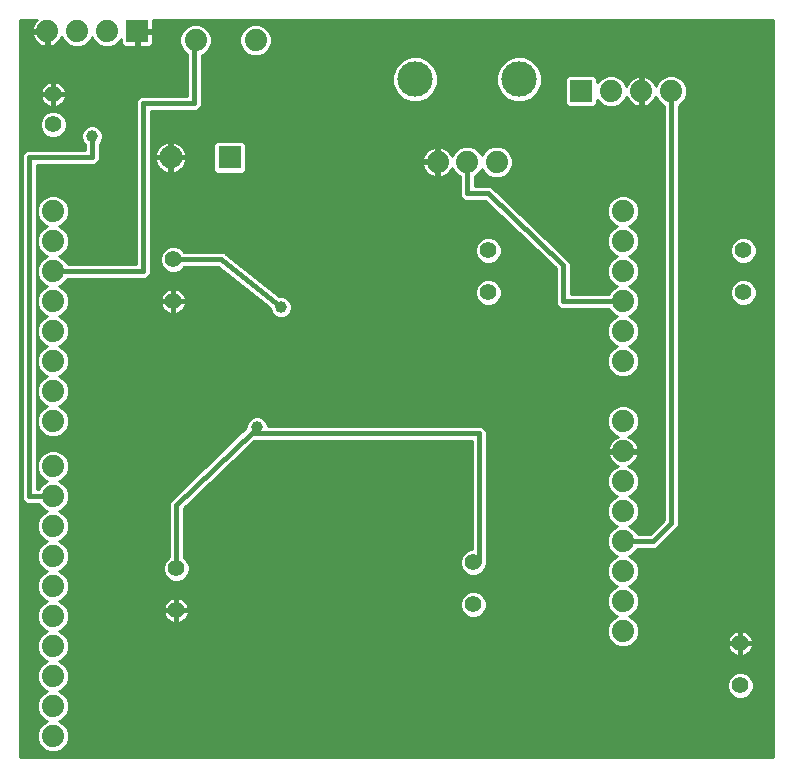
<source format=gbl>
G75*
%MOIN*%
%OFA0B0*%
%FSLAX24Y24*%
%IPPOS*%
%LPD*%
%AMOC8*
5,1,8,0,0,1.08239X$1,22.5*
%
%ADD10C,0.0740*%
%ADD11C,0.0760*%
%ADD12R,0.0760X0.0760*%
%ADD13C,0.0560*%
%ADD14C,0.0555*%
%ADD15C,0.1181*%
%ADD16R,0.0740X0.0740*%
%ADD17C,0.0100*%
%ADD18C,0.0397*%
%ADD19C,0.0160*%
D10*
X004200Y010252D03*
X004200Y011252D03*
X004200Y012252D03*
X004200Y013252D03*
X004200Y014252D03*
X004200Y015252D03*
X004200Y016252D03*
X004200Y017252D03*
X004200Y018252D03*
X004200Y019252D03*
X004200Y020752D03*
X004200Y021752D03*
X004200Y022752D03*
X004200Y023752D03*
X004200Y024752D03*
X004200Y025752D03*
X004200Y026752D03*
X004200Y027752D03*
X008950Y033452D03*
X010950Y033452D03*
X006000Y033752D03*
X005000Y033752D03*
X004000Y033752D03*
X017016Y029396D03*
X018000Y029396D03*
X018984Y029396D03*
X022800Y031752D03*
X023800Y031752D03*
X024800Y031752D03*
X023200Y027752D03*
X023200Y026752D03*
X023200Y025752D03*
X023200Y024752D03*
X023200Y023752D03*
X023200Y022752D03*
X023200Y020752D03*
X023200Y019752D03*
X023200Y018752D03*
X023200Y017752D03*
X023200Y016752D03*
X023200Y015752D03*
X023200Y014752D03*
X023200Y013752D03*
D11*
X008116Y029552D03*
D12*
X010084Y029552D03*
D13*
X004200Y030652D03*
X004200Y031652D03*
D14*
X008200Y026152D03*
X008200Y024752D03*
X008300Y015852D03*
X008300Y014452D03*
X018200Y014652D03*
X018200Y016052D03*
X018700Y025052D03*
X018700Y026452D03*
X027200Y026452D03*
X027200Y025052D03*
X027100Y013352D03*
X027100Y011952D03*
D15*
X019732Y032152D03*
X016268Y032152D03*
D16*
X021800Y031752D03*
X007000Y033752D03*
D17*
X003110Y034142D02*
X003110Y009562D01*
X028190Y009562D01*
X028190Y034142D01*
X007520Y034142D01*
X007520Y034142D01*
X007520Y033802D01*
X007050Y033802D01*
X007050Y033702D01*
X007050Y033232D01*
X007390Y033232D01*
X007428Y033243D01*
X007462Y033262D01*
X007490Y033290D01*
X007510Y033324D01*
X007520Y033363D01*
X007520Y033702D01*
X007050Y033702D01*
X006950Y033702D01*
X006950Y033232D01*
X006610Y033232D01*
X006572Y033243D01*
X006538Y033262D01*
X006510Y033290D01*
X006490Y033324D01*
X006480Y033363D01*
X006480Y033500D01*
X006458Y033446D01*
X006306Y033295D01*
X006107Y033212D01*
X005893Y033212D01*
X005694Y033295D01*
X005542Y033446D01*
X005500Y033548D01*
X005458Y033446D01*
X005306Y033295D01*
X005107Y033212D01*
X004893Y033212D01*
X004694Y033295D01*
X004542Y033446D01*
X004489Y033575D01*
X004482Y033553D01*
X004445Y033480D01*
X004397Y033414D01*
X004339Y033356D01*
X004273Y033308D01*
X004200Y033270D01*
X004122Y033245D01*
X004050Y033234D01*
X004050Y033702D01*
X003950Y033702D01*
X003950Y033234D01*
X003878Y033245D01*
X003800Y033270D01*
X003727Y033308D01*
X003661Y033356D01*
X003603Y033414D01*
X003555Y033480D01*
X003518Y033553D01*
X003493Y033631D01*
X003481Y033702D01*
X003950Y033702D01*
X003950Y033802D01*
X003481Y033802D01*
X003493Y033874D01*
X003518Y033952D01*
X003555Y034025D01*
X003603Y034091D01*
X003655Y034142D01*
X003110Y034142D01*
X003110Y034076D02*
X003592Y034076D01*
X003531Y033977D02*
X003110Y033977D01*
X003110Y033879D02*
X003494Y033879D01*
X003485Y033682D02*
X003110Y033682D01*
X003110Y033780D02*
X003950Y033780D01*
X003950Y033682D02*
X004050Y033682D01*
X004050Y033583D02*
X003950Y033583D01*
X003950Y033485D02*
X004050Y033485D01*
X004050Y033386D02*
X003950Y033386D01*
X003950Y033288D02*
X004050Y033288D01*
X004234Y033288D02*
X004710Y033288D01*
X004602Y033386D02*
X004369Y033386D01*
X004447Y033485D02*
X004526Y033485D01*
X005290Y033288D02*
X005710Y033288D01*
X005602Y033386D02*
X005398Y033386D01*
X005474Y033485D02*
X005526Y033485D01*
X006290Y033288D02*
X006512Y033288D01*
X006480Y033386D02*
X006398Y033386D01*
X006474Y033485D02*
X006480Y033485D01*
X006950Y033485D02*
X007050Y033485D01*
X007050Y033583D02*
X006950Y033583D01*
X006950Y033682D02*
X007050Y033682D01*
X007050Y033780D02*
X008514Y033780D01*
X008492Y033758D02*
X008410Y033560D01*
X008410Y033345D01*
X008492Y033146D01*
X008644Y032995D01*
X008650Y032992D01*
X008650Y031602D01*
X007150Y031602D01*
X007058Y031564D01*
X006988Y031494D01*
X006950Y031402D01*
X006950Y026002D01*
X004681Y026002D01*
X004658Y026058D01*
X004506Y026210D01*
X004404Y026252D01*
X004506Y026295D01*
X004658Y026446D01*
X004740Y026645D01*
X004740Y026860D01*
X004658Y027058D01*
X004506Y027210D01*
X004404Y027252D01*
X004506Y027295D01*
X004658Y027446D01*
X004740Y027645D01*
X004740Y027860D01*
X004658Y028058D01*
X004506Y028210D01*
X004307Y028292D01*
X004093Y028292D01*
X003894Y028210D01*
X003742Y028058D01*
X003660Y027860D01*
X003660Y027645D01*
X003742Y027446D01*
X003894Y027295D01*
X003996Y027252D01*
X003894Y027210D01*
X003742Y027058D01*
X003660Y026860D01*
X003660Y026645D01*
X003742Y026446D01*
X003894Y026295D01*
X003996Y026252D01*
X003894Y026210D01*
X003742Y026058D01*
X003660Y025860D01*
X003660Y025645D01*
X003742Y025446D01*
X003894Y025295D01*
X003996Y025252D01*
X003894Y025210D01*
X003742Y025058D01*
X003660Y024860D01*
X003660Y024645D01*
X003742Y024446D01*
X003894Y024295D01*
X003996Y024252D01*
X003894Y024210D01*
X003742Y024058D01*
X003660Y023860D01*
X003660Y023645D01*
X003742Y023446D01*
X003894Y023295D01*
X003996Y023252D01*
X003894Y023210D01*
X003742Y023058D01*
X003660Y022860D01*
X003660Y022645D01*
X003742Y022446D01*
X003894Y022295D01*
X003996Y022252D01*
X003894Y022210D01*
X003742Y022058D01*
X003660Y021860D01*
X003660Y021645D01*
X003742Y021446D01*
X003894Y021295D01*
X003996Y021252D01*
X003894Y021210D01*
X003742Y021058D01*
X003660Y020860D01*
X003660Y020645D01*
X003742Y020446D01*
X003894Y020295D01*
X004093Y020212D01*
X004307Y020212D01*
X004506Y020295D01*
X004658Y020446D01*
X004740Y020645D01*
X004740Y020860D01*
X004658Y021058D01*
X004506Y021210D01*
X004404Y021252D01*
X004506Y021295D01*
X004658Y021446D01*
X004740Y021645D01*
X004740Y021860D01*
X004658Y022058D01*
X004506Y022210D01*
X004404Y022252D01*
X004506Y022295D01*
X004658Y022446D01*
X004740Y022645D01*
X004740Y022860D01*
X004658Y023058D01*
X004506Y023210D01*
X004404Y023252D01*
X004506Y023295D01*
X004658Y023446D01*
X004740Y023645D01*
X004740Y023860D01*
X004658Y024058D01*
X004506Y024210D01*
X004404Y024252D01*
X004506Y024295D01*
X004658Y024446D01*
X004740Y024645D01*
X004740Y024860D01*
X004658Y025058D01*
X004506Y025210D01*
X004404Y025252D01*
X004506Y025295D01*
X004658Y025446D01*
X004681Y025502D01*
X007250Y025502D01*
X007342Y025540D01*
X007412Y025611D01*
X007450Y025703D01*
X007450Y031102D01*
X008950Y031102D01*
X009042Y031140D01*
X009112Y031211D01*
X009150Y031303D01*
X009150Y032951D01*
X009256Y032995D01*
X009408Y033146D01*
X009490Y033345D01*
X009490Y033560D01*
X009408Y033758D01*
X009256Y033910D01*
X009057Y033992D01*
X008843Y033992D01*
X008644Y033910D01*
X008492Y033758D01*
X008461Y033682D02*
X007520Y033682D01*
X007520Y033583D02*
X008420Y033583D01*
X008410Y033485D02*
X007520Y033485D01*
X007520Y033386D02*
X008410Y033386D01*
X008434Y033288D02*
X007488Y033288D01*
X007050Y033288D02*
X006950Y033288D01*
X006950Y033386D02*
X007050Y033386D01*
X007520Y033879D02*
X008613Y033879D01*
X008807Y033977D02*
X007520Y033977D01*
X007520Y034076D02*
X028190Y034076D01*
X028190Y033977D02*
X011093Y033977D01*
X011057Y033992D02*
X010843Y033992D01*
X010644Y033910D01*
X010492Y033758D01*
X010410Y033560D01*
X010410Y033345D01*
X010492Y033146D01*
X010644Y032995D01*
X010843Y032912D01*
X011057Y032912D01*
X011256Y032995D01*
X011408Y033146D01*
X011490Y033345D01*
X011490Y033560D01*
X011408Y033758D01*
X011256Y033910D01*
X011057Y033992D01*
X010807Y033977D02*
X009093Y033977D01*
X009287Y033879D02*
X010613Y033879D01*
X010514Y033780D02*
X009386Y033780D01*
X009439Y033682D02*
X010461Y033682D01*
X010420Y033583D02*
X009480Y033583D01*
X009490Y033485D02*
X010410Y033485D01*
X010410Y033386D02*
X009490Y033386D01*
X009466Y033288D02*
X010434Y033288D01*
X010474Y033189D02*
X009426Y033189D01*
X009352Y033091D02*
X010548Y033091D01*
X010649Y032992D02*
X009251Y032992D01*
X009150Y032894D02*
X016071Y032894D01*
X016116Y032913D02*
X015837Y032797D01*
X015623Y032583D01*
X015507Y032304D01*
X015507Y032001D01*
X015623Y031722D01*
X015837Y031508D01*
X016116Y031392D01*
X016419Y031392D01*
X016699Y031508D01*
X016912Y031722D01*
X017028Y032001D01*
X017028Y032304D01*
X016912Y032583D01*
X016699Y032797D01*
X016419Y032913D01*
X016116Y032913D01*
X015835Y032795D02*
X009150Y032795D01*
X009150Y032697D02*
X015737Y032697D01*
X015638Y032598D02*
X009150Y032598D01*
X009150Y032500D02*
X015588Y032500D01*
X015548Y032401D02*
X009150Y032401D01*
X009150Y032303D02*
X015507Y032303D01*
X015507Y032204D02*
X009150Y032204D01*
X009150Y032106D02*
X015507Y032106D01*
X015507Y032007D02*
X009150Y032007D01*
X009150Y031909D02*
X015545Y031909D01*
X015586Y031810D02*
X009150Y031810D01*
X009150Y031712D02*
X015633Y031712D01*
X015731Y031613D02*
X009150Y031613D01*
X009150Y031515D02*
X015830Y031515D01*
X016057Y031416D02*
X009150Y031416D01*
X009150Y031318D02*
X021260Y031318D01*
X021260Y031312D02*
X021360Y031212D01*
X022240Y031212D01*
X022340Y031312D01*
X022340Y031452D01*
X022342Y031446D01*
X022494Y031295D01*
X022693Y031212D01*
X022907Y031212D01*
X023106Y031295D01*
X023258Y031446D01*
X023311Y031575D01*
X023318Y031553D01*
X023355Y031480D01*
X023403Y031414D01*
X023461Y031356D01*
X023527Y031308D01*
X023600Y031270D01*
X023678Y031245D01*
X023750Y031234D01*
X023750Y031702D01*
X023850Y031702D01*
X023850Y031234D01*
X023922Y031245D01*
X024000Y031270D01*
X024073Y031308D01*
X024139Y031356D01*
X024197Y031414D01*
X024245Y031480D01*
X024282Y031553D01*
X024289Y031575D01*
X024342Y031446D01*
X024494Y031295D01*
X024550Y031271D01*
X024550Y017456D01*
X024096Y017002D01*
X023681Y017002D01*
X023658Y017058D01*
X023506Y017210D01*
X023404Y017252D01*
X023506Y017295D01*
X023658Y017446D01*
X023740Y017645D01*
X023740Y017860D01*
X023658Y018058D01*
X023506Y018210D01*
X023404Y018252D01*
X023506Y018295D01*
X023658Y018446D01*
X023740Y018645D01*
X023740Y018860D01*
X023658Y019058D01*
X023506Y019210D01*
X023378Y019263D01*
X023400Y019270D01*
X023473Y019308D01*
X023539Y019356D01*
X023597Y019414D01*
X023645Y019480D01*
X023682Y019553D01*
X023707Y019631D01*
X023719Y019702D01*
X023250Y019702D01*
X023250Y019802D01*
X023719Y019802D01*
X023707Y019874D01*
X023682Y019952D01*
X023645Y020025D01*
X023597Y020091D01*
X023539Y020149D01*
X023473Y020197D01*
X023400Y020234D01*
X023378Y020241D01*
X023506Y020295D01*
X023658Y020446D01*
X023740Y020645D01*
X023740Y020860D01*
X023658Y021058D01*
X023506Y021210D01*
X023307Y021292D01*
X023093Y021292D01*
X022894Y021210D01*
X022742Y021058D01*
X022660Y020860D01*
X022660Y020645D01*
X022742Y020446D01*
X022894Y020295D01*
X023022Y020241D01*
X023000Y020234D01*
X022927Y020197D01*
X022861Y020149D01*
X022803Y020091D01*
X022755Y020025D01*
X022718Y019952D01*
X022693Y019874D01*
X022681Y019802D01*
X023150Y019802D01*
X023150Y019702D01*
X022681Y019702D01*
X022693Y019631D01*
X022718Y019553D01*
X022755Y019480D01*
X022803Y019414D01*
X022861Y019356D01*
X022927Y019308D01*
X023000Y019270D01*
X023022Y019263D01*
X022894Y019210D01*
X022742Y019058D01*
X022660Y018860D01*
X022660Y018645D01*
X022742Y018446D01*
X022894Y018295D01*
X022996Y018252D01*
X022894Y018210D01*
X022742Y018058D01*
X022660Y017860D01*
X022660Y017645D01*
X022742Y017446D01*
X022894Y017295D01*
X022996Y017252D01*
X022894Y017210D01*
X022742Y017058D01*
X022660Y016860D01*
X022660Y016645D01*
X022742Y016446D01*
X022894Y016295D01*
X022996Y016252D01*
X022894Y016210D01*
X022742Y016058D01*
X022660Y015860D01*
X022660Y015645D01*
X022742Y015446D01*
X022894Y015295D01*
X022996Y015252D01*
X022894Y015210D01*
X022742Y015058D01*
X022660Y014860D01*
X022660Y014645D01*
X022742Y014446D01*
X022894Y014295D01*
X022996Y014252D01*
X022894Y014210D01*
X022742Y014058D01*
X022660Y013860D01*
X022660Y013645D01*
X022742Y013446D01*
X022894Y013295D01*
X023093Y013212D01*
X023307Y013212D01*
X023506Y013295D01*
X023658Y013446D01*
X023740Y013645D01*
X023740Y013860D01*
X023658Y014058D01*
X023506Y014210D01*
X023404Y014252D01*
X023506Y014295D01*
X023658Y014446D01*
X023740Y014645D01*
X023740Y014860D01*
X023658Y015058D01*
X023506Y015210D01*
X023404Y015252D01*
X023506Y015295D01*
X023658Y015446D01*
X023740Y015645D01*
X023740Y015860D01*
X023658Y016058D01*
X023506Y016210D01*
X023404Y016252D01*
X023506Y016295D01*
X023658Y016446D01*
X023681Y016502D01*
X024250Y016502D01*
X024342Y016540D01*
X024942Y017140D01*
X025012Y017211D01*
X025050Y017303D01*
X025050Y031271D01*
X025106Y031295D01*
X025258Y031446D01*
X025340Y031645D01*
X025340Y031860D01*
X025258Y032058D01*
X025106Y032210D01*
X024907Y032292D01*
X024693Y032292D01*
X024494Y032210D01*
X024342Y032058D01*
X024289Y031930D01*
X024282Y031952D01*
X024245Y032025D01*
X024197Y032091D01*
X024139Y032149D01*
X024073Y032197D01*
X024000Y032234D01*
X023922Y032260D01*
X023850Y032271D01*
X023850Y031802D01*
X023750Y031802D01*
X023750Y032271D01*
X023678Y032260D01*
X023600Y032234D01*
X023527Y032197D01*
X023461Y032149D01*
X023403Y032091D01*
X023355Y032025D01*
X023318Y031952D01*
X023311Y031930D01*
X023258Y032058D01*
X023106Y032210D01*
X022907Y032292D01*
X022693Y032292D01*
X022494Y032210D01*
X022342Y032058D01*
X022340Y032053D01*
X022340Y032193D01*
X022240Y032292D01*
X021360Y032292D01*
X021260Y032193D01*
X021260Y031312D01*
X021260Y031416D02*
X019943Y031416D01*
X019884Y031392D02*
X020163Y031508D01*
X020377Y031722D01*
X020493Y032001D01*
X020493Y032304D01*
X020377Y032583D01*
X020163Y032797D01*
X019884Y032913D01*
X019581Y032913D01*
X019301Y032797D01*
X019088Y032583D01*
X018972Y032304D01*
X018972Y032001D01*
X019088Y031722D01*
X019301Y031508D01*
X019581Y031392D01*
X019884Y031392D01*
X020170Y031515D02*
X021260Y031515D01*
X021260Y031613D02*
X020269Y031613D01*
X020367Y031712D02*
X021260Y031712D01*
X021260Y031810D02*
X020414Y031810D01*
X020455Y031909D02*
X021260Y031909D01*
X021260Y032007D02*
X020493Y032007D01*
X020493Y032106D02*
X021260Y032106D01*
X021272Y032204D02*
X020493Y032204D01*
X020493Y032303D02*
X028190Y032303D01*
X028190Y032401D02*
X020452Y032401D01*
X020412Y032500D02*
X028190Y032500D01*
X028190Y032598D02*
X020362Y032598D01*
X020263Y032697D02*
X028190Y032697D01*
X028190Y032795D02*
X020165Y032795D01*
X019929Y032894D02*
X028190Y032894D01*
X028190Y032992D02*
X011251Y032992D01*
X011352Y033091D02*
X028190Y033091D01*
X028190Y033189D02*
X011426Y033189D01*
X011466Y033288D02*
X028190Y033288D01*
X028190Y033386D02*
X011490Y033386D01*
X011490Y033485D02*
X028190Y033485D01*
X028190Y033583D02*
X011480Y033583D01*
X011439Y033682D02*
X028190Y033682D01*
X028190Y033780D02*
X011386Y033780D01*
X011287Y033879D02*
X028190Y033879D01*
X028190Y032204D02*
X025112Y032204D01*
X025210Y032106D02*
X028190Y032106D01*
X028190Y032007D02*
X025279Y032007D01*
X025320Y031909D02*
X028190Y031909D01*
X028190Y031810D02*
X025340Y031810D01*
X025340Y031712D02*
X028190Y031712D01*
X028190Y031613D02*
X025327Y031613D01*
X025286Y031515D02*
X028190Y031515D01*
X028190Y031416D02*
X025228Y031416D01*
X025129Y031318D02*
X028190Y031318D01*
X028190Y031219D02*
X025050Y031219D01*
X025050Y031121D02*
X028190Y031121D01*
X028190Y031022D02*
X025050Y031022D01*
X025050Y030924D02*
X028190Y030924D01*
X028190Y030825D02*
X025050Y030825D01*
X025050Y030727D02*
X028190Y030727D01*
X028190Y030628D02*
X025050Y030628D01*
X025050Y030530D02*
X028190Y030530D01*
X028190Y030431D02*
X025050Y030431D01*
X025050Y030333D02*
X028190Y030333D01*
X028190Y030234D02*
X025050Y030234D01*
X025050Y030136D02*
X028190Y030136D01*
X028190Y030037D02*
X025050Y030037D01*
X025050Y029939D02*
X028190Y029939D01*
X028190Y029840D02*
X025050Y029840D01*
X025050Y029742D02*
X028190Y029742D01*
X028190Y029643D02*
X025050Y029643D01*
X025050Y029545D02*
X028190Y029545D01*
X028190Y029446D02*
X025050Y029446D01*
X025050Y029348D02*
X028190Y029348D01*
X028190Y029249D02*
X025050Y029249D01*
X025050Y029151D02*
X028190Y029151D01*
X028190Y029052D02*
X025050Y029052D01*
X025050Y028954D02*
X028190Y028954D01*
X028190Y028855D02*
X025050Y028855D01*
X025050Y028757D02*
X028190Y028757D01*
X028190Y028658D02*
X025050Y028658D01*
X025050Y028560D02*
X028190Y028560D01*
X028190Y028461D02*
X025050Y028461D01*
X025050Y028363D02*
X028190Y028363D01*
X028190Y028264D02*
X025050Y028264D01*
X025050Y028166D02*
X028190Y028166D01*
X028190Y028067D02*
X025050Y028067D01*
X025050Y027969D02*
X028190Y027969D01*
X028190Y027870D02*
X025050Y027870D01*
X025050Y027772D02*
X028190Y027772D01*
X028190Y027673D02*
X025050Y027673D01*
X025050Y027575D02*
X028190Y027575D01*
X028190Y027476D02*
X025050Y027476D01*
X025050Y027378D02*
X028190Y027378D01*
X028190Y027279D02*
X025050Y027279D01*
X025050Y027181D02*
X028190Y027181D01*
X028190Y027082D02*
X025050Y027082D01*
X025050Y026984D02*
X028190Y026984D01*
X028190Y026885D02*
X027324Y026885D01*
X027289Y026900D02*
X027453Y026832D01*
X027579Y026706D01*
X027647Y026541D01*
X027647Y026363D01*
X027579Y026199D01*
X027453Y026073D01*
X027289Y026005D01*
X027111Y026005D01*
X026947Y026073D01*
X026821Y026199D01*
X026753Y026363D01*
X026753Y026541D01*
X026821Y026706D01*
X026947Y026832D01*
X027111Y026900D01*
X027289Y026900D01*
X027076Y026885D02*
X025050Y026885D01*
X025050Y026787D02*
X026902Y026787D01*
X026813Y026688D02*
X025050Y026688D01*
X025050Y026590D02*
X026773Y026590D01*
X026753Y026491D02*
X025050Y026491D01*
X025050Y026393D02*
X026753Y026393D01*
X026781Y026294D02*
X025050Y026294D01*
X025050Y026196D02*
X026824Y026196D01*
X026922Y026097D02*
X025050Y026097D01*
X025050Y025999D02*
X028190Y025999D01*
X028190Y026097D02*
X027478Y026097D01*
X027576Y026196D02*
X028190Y026196D01*
X028190Y026294D02*
X027619Y026294D01*
X027647Y026393D02*
X028190Y026393D01*
X028190Y026491D02*
X027647Y026491D01*
X027627Y026590D02*
X028190Y026590D01*
X028190Y026688D02*
X027587Y026688D01*
X027498Y026787D02*
X028190Y026787D01*
X028190Y025900D02*
X025050Y025900D01*
X025050Y025802D02*
X028190Y025802D01*
X028190Y025703D02*
X025050Y025703D01*
X025050Y025605D02*
X028190Y025605D01*
X028190Y025506D02*
X025050Y025506D01*
X025050Y025408D02*
X026923Y025408D01*
X026947Y025432D02*
X026821Y025306D01*
X026753Y025141D01*
X026753Y024963D01*
X026821Y024799D01*
X026947Y024673D01*
X027111Y024605D01*
X027289Y024605D01*
X027453Y024673D01*
X027579Y024799D01*
X027647Y024963D01*
X027647Y025141D01*
X027579Y025306D01*
X027453Y025432D01*
X027289Y025500D01*
X027111Y025500D01*
X026947Y025432D01*
X026824Y025309D02*
X025050Y025309D01*
X025050Y025211D02*
X026781Y025211D01*
X026753Y025112D02*
X025050Y025112D01*
X025050Y025014D02*
X026753Y025014D01*
X026772Y024915D02*
X025050Y024915D01*
X025050Y024817D02*
X026813Y024817D01*
X026901Y024718D02*
X025050Y024718D01*
X025050Y024620D02*
X027075Y024620D01*
X027325Y024620D02*
X028190Y024620D01*
X028190Y024718D02*
X027499Y024718D01*
X027587Y024817D02*
X028190Y024817D01*
X028190Y024915D02*
X027628Y024915D01*
X027647Y025014D02*
X028190Y025014D01*
X028190Y025112D02*
X027647Y025112D01*
X027619Y025211D02*
X028190Y025211D01*
X028190Y025309D02*
X027576Y025309D01*
X027477Y025408D02*
X028190Y025408D01*
X028190Y024521D02*
X025050Y024521D01*
X025050Y024423D02*
X028190Y024423D01*
X028190Y024324D02*
X025050Y024324D01*
X025050Y024226D02*
X028190Y024226D01*
X028190Y024127D02*
X025050Y024127D01*
X025050Y024029D02*
X028190Y024029D01*
X028190Y023930D02*
X025050Y023930D01*
X025050Y023832D02*
X028190Y023832D01*
X028190Y023733D02*
X025050Y023733D01*
X025050Y023635D02*
X028190Y023635D01*
X028190Y023536D02*
X025050Y023536D01*
X025050Y023438D02*
X028190Y023438D01*
X028190Y023339D02*
X025050Y023339D01*
X025050Y023241D02*
X028190Y023241D01*
X028190Y023142D02*
X025050Y023142D01*
X025050Y023044D02*
X028190Y023044D01*
X028190Y022945D02*
X025050Y022945D01*
X025050Y022847D02*
X028190Y022847D01*
X028190Y022748D02*
X025050Y022748D01*
X025050Y022650D02*
X028190Y022650D01*
X028190Y022551D02*
X025050Y022551D01*
X025050Y022453D02*
X028190Y022453D01*
X028190Y022354D02*
X025050Y022354D01*
X025050Y022256D02*
X028190Y022256D01*
X028190Y022157D02*
X025050Y022157D01*
X025050Y022059D02*
X028190Y022059D01*
X028190Y021960D02*
X025050Y021960D01*
X025050Y021862D02*
X028190Y021862D01*
X028190Y021763D02*
X025050Y021763D01*
X025050Y021665D02*
X028190Y021665D01*
X028190Y021566D02*
X025050Y021566D01*
X025050Y021468D02*
X028190Y021468D01*
X028190Y021369D02*
X025050Y021369D01*
X025050Y021271D02*
X028190Y021271D01*
X028190Y021172D02*
X025050Y021172D01*
X025050Y021074D02*
X028190Y021074D01*
X028190Y020975D02*
X025050Y020975D01*
X025050Y020877D02*
X028190Y020877D01*
X028190Y020778D02*
X025050Y020778D01*
X025050Y020680D02*
X028190Y020680D01*
X028190Y020581D02*
X025050Y020581D01*
X025050Y020483D02*
X028190Y020483D01*
X028190Y020384D02*
X025050Y020384D01*
X025050Y020286D02*
X028190Y020286D01*
X028190Y020187D02*
X025050Y020187D01*
X025050Y020089D02*
X028190Y020089D01*
X028190Y019990D02*
X025050Y019990D01*
X025050Y019892D02*
X028190Y019892D01*
X028190Y019793D02*
X025050Y019793D01*
X025050Y019695D02*
X028190Y019695D01*
X028190Y019596D02*
X025050Y019596D01*
X025050Y019498D02*
X028190Y019498D01*
X028190Y019399D02*
X025050Y019399D01*
X025050Y019301D02*
X028190Y019301D01*
X028190Y019202D02*
X025050Y019202D01*
X025050Y019104D02*
X028190Y019104D01*
X028190Y019005D02*
X025050Y019005D01*
X025050Y018907D02*
X028190Y018907D01*
X028190Y018808D02*
X025050Y018808D01*
X025050Y018710D02*
X028190Y018710D01*
X028190Y018611D02*
X025050Y018611D01*
X025050Y018513D02*
X028190Y018513D01*
X028190Y018414D02*
X025050Y018414D01*
X025050Y018316D02*
X028190Y018316D01*
X028190Y018217D02*
X025050Y018217D01*
X025050Y018119D02*
X028190Y018119D01*
X028190Y018020D02*
X025050Y018020D01*
X025050Y017922D02*
X028190Y017922D01*
X028190Y017823D02*
X025050Y017823D01*
X025050Y017725D02*
X028190Y017725D01*
X028190Y017626D02*
X025050Y017626D01*
X025050Y017528D02*
X028190Y017528D01*
X028190Y017429D02*
X025050Y017429D01*
X025050Y017331D02*
X028190Y017331D01*
X028190Y017232D02*
X025021Y017232D01*
X024935Y017134D02*
X028190Y017134D01*
X028190Y017035D02*
X024837Y017035D01*
X024738Y016937D02*
X028190Y016937D01*
X028190Y016838D02*
X024640Y016838D01*
X024541Y016740D02*
X028190Y016740D01*
X028190Y016641D02*
X024443Y016641D01*
X024344Y016543D02*
X028190Y016543D01*
X028190Y016444D02*
X023656Y016444D01*
X023557Y016346D02*
X028190Y016346D01*
X028190Y016247D02*
X023416Y016247D01*
X023567Y016149D02*
X028190Y016149D01*
X028190Y016050D02*
X023661Y016050D01*
X023702Y015952D02*
X028190Y015952D01*
X028190Y015853D02*
X023740Y015853D01*
X023740Y015755D02*
X028190Y015755D01*
X028190Y015656D02*
X023740Y015656D01*
X023704Y015558D02*
X028190Y015558D01*
X028190Y015459D02*
X023663Y015459D01*
X023572Y015361D02*
X028190Y015361D01*
X028190Y015262D02*
X023428Y015262D01*
X023552Y015164D02*
X028190Y015164D01*
X028190Y015065D02*
X023651Y015065D01*
X023696Y014967D02*
X028190Y014967D01*
X028190Y014868D02*
X023736Y014868D01*
X023740Y014770D02*
X028190Y014770D01*
X028190Y014671D02*
X023740Y014671D01*
X023710Y014573D02*
X028190Y014573D01*
X028190Y014474D02*
X023669Y014474D01*
X023587Y014376D02*
X028190Y014376D01*
X028190Y014277D02*
X023464Y014277D01*
X023537Y014179D02*
X028190Y014179D01*
X028190Y014080D02*
X023636Y014080D01*
X023689Y013982D02*
X028190Y013982D01*
X028190Y013883D02*
X023730Y013883D01*
X023740Y013785D02*
X028190Y013785D01*
X028190Y013686D02*
X027368Y013686D01*
X027378Y013678D02*
X027324Y013718D01*
X027264Y013749D01*
X027200Y013769D01*
X027134Y013780D01*
X027129Y013780D01*
X027129Y013381D01*
X027527Y013381D01*
X027527Y013386D01*
X027517Y013452D01*
X027496Y013516D01*
X027466Y013576D01*
X027426Y013631D01*
X027378Y013678D01*
X027457Y013588D02*
X028190Y013588D01*
X028190Y013489D02*
X027505Y013489D01*
X027527Y013391D02*
X028190Y013391D01*
X028190Y013292D02*
X027523Y013292D01*
X027527Y013319D02*
X027527Y013324D01*
X027129Y013324D01*
X027129Y013381D01*
X027071Y013381D01*
X027071Y013324D01*
X026673Y013324D01*
X026673Y013319D01*
X026683Y013252D01*
X026704Y013188D01*
X026734Y013128D01*
X026774Y013074D01*
X026822Y013026D01*
X026876Y012987D01*
X026936Y012956D01*
X027000Y012935D01*
X027066Y012925D01*
X027071Y012925D01*
X027071Y013324D01*
X027129Y013324D01*
X027129Y012925D01*
X027134Y012925D01*
X027200Y012935D01*
X027264Y012956D01*
X027324Y012987D01*
X027378Y013026D01*
X027426Y013074D01*
X027466Y013128D01*
X027496Y013188D01*
X027517Y013252D01*
X027527Y013319D01*
X027498Y013194D02*
X028190Y013194D01*
X028190Y013095D02*
X027442Y013095D01*
X027338Y012997D02*
X028190Y012997D01*
X028190Y012898D02*
X004610Y012898D01*
X004658Y012946D02*
X004740Y013145D01*
X004740Y013360D01*
X004658Y013558D01*
X004506Y013710D01*
X004404Y013752D01*
X004506Y013795D01*
X004658Y013946D01*
X004740Y014145D01*
X004740Y014360D01*
X004658Y014558D01*
X004506Y014710D01*
X004404Y014752D01*
X004506Y014795D01*
X004658Y014946D01*
X004740Y015145D01*
X004740Y015360D01*
X004658Y015558D01*
X007962Y015558D01*
X007921Y015599D02*
X008047Y015473D01*
X008211Y015405D01*
X008389Y015405D01*
X008553Y015473D01*
X008679Y015599D01*
X008747Y015763D01*
X008747Y015941D01*
X008679Y016106D01*
X008553Y016232D01*
X008550Y016233D01*
X008550Y017846D01*
X010893Y020102D01*
X018150Y020102D01*
X018150Y016500D01*
X018111Y016500D01*
X017947Y016432D01*
X017821Y016306D01*
X017753Y016141D01*
X017753Y015963D01*
X017821Y015799D01*
X017947Y015673D01*
X018111Y015605D01*
X018289Y015605D01*
X018453Y015673D01*
X018579Y015799D01*
X018647Y015963D01*
X018647Y015997D01*
X018650Y016003D01*
X018650Y020402D01*
X018612Y020494D01*
X018542Y020564D01*
X018450Y020602D01*
X011368Y020602D01*
X011368Y020626D01*
X011312Y020761D01*
X011209Y020865D01*
X011073Y020921D01*
X010927Y020921D01*
X010791Y020865D01*
X010688Y020761D01*
X010632Y020626D01*
X010632Y020545D01*
X008161Y018165D01*
X008158Y018164D01*
X008125Y018131D01*
X008091Y018098D01*
X008090Y018096D01*
X008088Y018094D01*
X008070Y018050D01*
X008051Y018007D01*
X008051Y018004D01*
X008050Y018002D01*
X008050Y017955D01*
X008049Y017907D01*
X008050Y017905D01*
X008050Y016233D01*
X008047Y016232D01*
X007921Y016106D01*
X007853Y015941D01*
X007853Y015763D01*
X007921Y015599D01*
X007897Y015656D02*
X004560Y015656D01*
X004506Y015710D02*
X004404Y015752D01*
X004506Y015795D01*
X004658Y015946D01*
X004740Y016145D01*
X004740Y016360D01*
X004658Y016558D01*
X004506Y016710D01*
X004404Y016752D01*
X004506Y016795D01*
X004658Y016946D01*
X004740Y017145D01*
X004740Y017360D01*
X004658Y017558D01*
X004506Y017710D01*
X004404Y017752D01*
X004506Y017795D01*
X004658Y017946D01*
X004740Y018145D01*
X004740Y018360D01*
X004658Y018558D01*
X004506Y018710D01*
X008726Y018710D01*
X008624Y018611D02*
X004605Y018611D01*
X004677Y018513D02*
X008522Y018513D01*
X008419Y018414D02*
X004717Y018414D01*
X004740Y018316D02*
X008317Y018316D01*
X008215Y018217D02*
X004740Y018217D01*
X004729Y018119D02*
X008113Y018119D01*
X008057Y018020D02*
X004688Y018020D01*
X004633Y017922D02*
X008049Y017922D01*
X008050Y017823D02*
X004535Y017823D01*
X004470Y017725D02*
X008050Y017725D01*
X008050Y017626D02*
X004590Y017626D01*
X004670Y017528D02*
X008050Y017528D01*
X008050Y017429D02*
X004711Y017429D01*
X004740Y017331D02*
X008050Y017331D01*
X008050Y017232D02*
X004740Y017232D01*
X004735Y017134D02*
X008050Y017134D01*
X008050Y017035D02*
X004695Y017035D01*
X004648Y016937D02*
X008050Y016937D01*
X008050Y016838D02*
X004550Y016838D01*
X004434Y016740D02*
X008050Y016740D01*
X008050Y016641D02*
X004575Y016641D01*
X004664Y016543D02*
X008050Y016543D01*
X008050Y016444D02*
X004705Y016444D01*
X004740Y016346D02*
X008050Y016346D01*
X008050Y016247D02*
X004740Y016247D01*
X004740Y016149D02*
X007964Y016149D01*
X007898Y016050D02*
X004701Y016050D01*
X004660Y015952D02*
X007857Y015952D01*
X007853Y015853D02*
X004565Y015853D01*
X004506Y015710D02*
X004658Y015558D01*
X004699Y015459D02*
X008079Y015459D01*
X007856Y015755D02*
X004410Y015755D01*
X003996Y015752D02*
X003894Y015710D01*
X003742Y015558D01*
X003110Y015558D01*
X003110Y015656D02*
X003840Y015656D01*
X003742Y015558D02*
X003660Y015360D01*
X003660Y015145D01*
X003742Y014946D01*
X003894Y014795D01*
X003996Y014752D01*
X003894Y014710D01*
X003742Y014558D01*
X003660Y014360D01*
X003660Y014145D01*
X003742Y013946D01*
X003894Y013795D01*
X003996Y013752D01*
X003894Y013710D01*
X003742Y013558D01*
X003660Y013360D01*
X003660Y013145D01*
X003742Y012946D01*
X003894Y012795D01*
X003996Y012752D01*
X003894Y012710D01*
X003742Y012558D01*
X003660Y012360D01*
X003660Y012145D01*
X003742Y011946D01*
X003894Y011795D01*
X003996Y011752D01*
X003894Y011710D01*
X003742Y011558D01*
X003660Y011360D01*
X003660Y011145D01*
X003742Y010946D01*
X003894Y010795D01*
X003996Y010752D01*
X003894Y010710D01*
X003742Y010558D01*
X003660Y010360D01*
X003660Y010145D01*
X003742Y009946D01*
X003894Y009795D01*
X004093Y009712D01*
X004307Y009712D01*
X004506Y009795D01*
X004658Y009946D01*
X004740Y010145D01*
X004740Y010360D01*
X004658Y010558D01*
X004506Y010710D01*
X004404Y010752D01*
X004506Y010795D01*
X004658Y010946D01*
X004740Y011145D01*
X004740Y011360D01*
X004658Y011558D01*
X004506Y011710D01*
X004404Y011752D01*
X004506Y011795D01*
X004658Y011946D01*
X004740Y012145D01*
X004740Y012360D01*
X004658Y012558D01*
X004506Y012710D01*
X004404Y012752D01*
X004506Y012795D01*
X004658Y012946D01*
X004679Y012997D02*
X026862Y012997D01*
X026758Y013095D02*
X004719Y013095D01*
X004740Y013194D02*
X026702Y013194D01*
X026677Y013292D02*
X023501Y013292D01*
X023602Y013391D02*
X026673Y013391D01*
X026673Y013386D02*
X026673Y013381D01*
X027071Y013381D01*
X027071Y013780D01*
X027066Y013780D01*
X027000Y013769D01*
X026936Y013749D01*
X026876Y013718D01*
X026822Y013678D01*
X026774Y013631D01*
X026734Y013576D01*
X026704Y013516D01*
X026683Y013452D01*
X026673Y013386D01*
X026695Y013489D02*
X023676Y013489D01*
X023716Y013588D02*
X026743Y013588D01*
X026832Y013686D02*
X023740Y013686D01*
X022899Y013292D02*
X004740Y013292D01*
X004727Y013391D02*
X022798Y013391D01*
X022724Y013489D02*
X004686Y013489D01*
X004628Y013588D02*
X022684Y013588D01*
X022660Y013686D02*
X004530Y013686D01*
X004482Y013785D02*
X022660Y013785D01*
X022670Y013883D02*
X004595Y013883D01*
X004672Y013982D02*
X022711Y013982D01*
X022764Y014080D02*
X008512Y014080D01*
X008524Y014087D02*
X008578Y014126D01*
X008626Y014174D01*
X008666Y014228D01*
X008696Y014288D01*
X008717Y014352D01*
X008727Y014419D01*
X008727Y014424D01*
X008329Y014424D01*
X008329Y014481D01*
X008727Y014481D01*
X008727Y014486D01*
X008717Y014552D01*
X008696Y014616D01*
X008666Y014676D01*
X008626Y014731D01*
X008578Y014778D01*
X008524Y014818D01*
X008464Y014849D01*
X008400Y014869D01*
X008334Y014880D01*
X008329Y014880D01*
X008329Y014481D01*
X008271Y014481D01*
X008271Y014424D01*
X007873Y014424D01*
X007873Y014419D01*
X007883Y014352D01*
X007904Y014288D01*
X007934Y014228D01*
X007974Y014174D01*
X008022Y014126D01*
X008076Y014087D01*
X008136Y014056D01*
X008200Y014035D01*
X008266Y014025D01*
X008271Y014025D01*
X008271Y014424D01*
X008329Y014424D01*
X008329Y014025D01*
X008334Y014025D01*
X008400Y014035D01*
X008464Y014056D01*
X008524Y014087D01*
X008630Y014179D02*
X022863Y014179D01*
X022936Y014277D02*
X018458Y014277D01*
X018453Y014273D02*
X018579Y014399D01*
X018647Y014563D01*
X018647Y014741D01*
X018579Y014906D01*
X018453Y015032D01*
X018289Y015100D01*
X018111Y015100D01*
X017947Y015032D01*
X017821Y014906D01*
X017753Y014741D01*
X017753Y014563D01*
X017821Y014399D01*
X017947Y014273D01*
X018111Y014205D01*
X018289Y014205D01*
X018453Y014273D01*
X018556Y014376D02*
X022813Y014376D01*
X022731Y014474D02*
X018611Y014474D01*
X018647Y014573D02*
X022690Y014573D01*
X022660Y014671D02*
X018647Y014671D01*
X018636Y014770D02*
X022660Y014770D01*
X022664Y014868D02*
X018595Y014868D01*
X018518Y014967D02*
X022704Y014967D01*
X022749Y015065D02*
X018372Y015065D01*
X018028Y015065D02*
X004707Y015065D01*
X004740Y015164D02*
X022848Y015164D01*
X022972Y015262D02*
X004740Y015262D01*
X004740Y015361D02*
X022828Y015361D01*
X022737Y015459D02*
X008521Y015459D01*
X008638Y015558D02*
X022696Y015558D01*
X022660Y015656D02*
X018413Y015656D01*
X018535Y015755D02*
X022660Y015755D01*
X022660Y015853D02*
X018602Y015853D01*
X018643Y015952D02*
X022698Y015952D01*
X022739Y016050D02*
X018650Y016050D01*
X018650Y016149D02*
X022833Y016149D01*
X022984Y016247D02*
X018650Y016247D01*
X018650Y016346D02*
X022843Y016346D01*
X022744Y016444D02*
X018650Y016444D01*
X018650Y016543D02*
X022702Y016543D01*
X022661Y016641D02*
X018650Y016641D01*
X018650Y016740D02*
X022660Y016740D01*
X022660Y016838D02*
X018650Y016838D01*
X018650Y016937D02*
X022692Y016937D01*
X022733Y017035D02*
X018650Y017035D01*
X018650Y017134D02*
X022818Y017134D01*
X022948Y017232D02*
X018650Y017232D01*
X018650Y017331D02*
X022858Y017331D01*
X022759Y017429D02*
X018650Y017429D01*
X018650Y017528D02*
X022708Y017528D01*
X022668Y017626D02*
X018650Y017626D01*
X018650Y017725D02*
X022660Y017725D01*
X022660Y017823D02*
X018650Y017823D01*
X018650Y017922D02*
X022686Y017922D01*
X022727Y018020D02*
X018650Y018020D01*
X018650Y018119D02*
X022803Y018119D01*
X022912Y018217D02*
X018650Y018217D01*
X018650Y018316D02*
X022873Y018316D01*
X022774Y018414D02*
X018650Y018414D01*
X018650Y018513D02*
X022715Y018513D01*
X022674Y018611D02*
X018650Y018611D01*
X018650Y018710D02*
X022660Y018710D01*
X022660Y018808D02*
X018650Y018808D01*
X018650Y018907D02*
X022680Y018907D01*
X022720Y019005D02*
X018650Y019005D01*
X018650Y019104D02*
X022788Y019104D01*
X022886Y019202D02*
X018650Y019202D01*
X018650Y019301D02*
X022941Y019301D01*
X022818Y019399D02*
X018650Y019399D01*
X018650Y019498D02*
X022746Y019498D01*
X022704Y019596D02*
X018650Y019596D01*
X018650Y019695D02*
X022683Y019695D01*
X022699Y019892D02*
X018650Y019892D01*
X018650Y019990D02*
X022738Y019990D01*
X022802Y020089D02*
X018650Y020089D01*
X018650Y020187D02*
X022914Y020187D01*
X022915Y020286D02*
X018650Y020286D01*
X018650Y020384D02*
X022804Y020384D01*
X022727Y020483D02*
X018617Y020483D01*
X018500Y020581D02*
X022686Y020581D01*
X022660Y020680D02*
X011346Y020680D01*
X011295Y020778D02*
X022660Y020778D01*
X022667Y020877D02*
X011179Y020877D01*
X010821Y020877D02*
X004733Y020877D01*
X004740Y020778D02*
X010705Y020778D01*
X010654Y020680D02*
X004740Y020680D01*
X004714Y020581D02*
X010632Y020581D01*
X010567Y020483D02*
X004673Y020483D01*
X004596Y020384D02*
X010465Y020384D01*
X010363Y020286D02*
X004485Y020286D01*
X004307Y019792D02*
X004093Y019792D01*
X003894Y019710D01*
X003742Y019558D01*
X003660Y019360D01*
X003660Y019145D01*
X003742Y018946D01*
X003894Y018795D01*
X003996Y018752D01*
X003894Y018710D01*
X003650Y018710D01*
X003650Y018808D02*
X003880Y018808D01*
X003894Y018710D02*
X003742Y018558D01*
X003719Y018502D01*
X003650Y018502D01*
X003650Y029302D01*
X005550Y029302D01*
X005642Y029340D01*
X005712Y029411D01*
X005750Y029503D01*
X005750Y029981D01*
X005812Y030044D01*
X005868Y030179D01*
X005868Y030326D01*
X005812Y030461D01*
X005709Y030565D01*
X005573Y030621D01*
X005427Y030621D01*
X005291Y030565D01*
X005188Y030461D01*
X005132Y030326D01*
X005132Y030179D01*
X005188Y030044D01*
X005250Y029981D01*
X005250Y029802D01*
X003350Y029802D01*
X003258Y029764D01*
X003188Y029694D01*
X003150Y029602D01*
X003150Y018203D01*
X003188Y018111D01*
X003258Y018040D01*
X003350Y018002D01*
X003719Y018002D01*
X003742Y017946D01*
X003894Y017795D01*
X003996Y017752D01*
X003894Y017710D01*
X003742Y017558D01*
X003660Y017360D01*
X003660Y017145D01*
X003742Y016946D01*
X003894Y016795D01*
X003996Y016752D01*
X003894Y016710D01*
X003742Y016558D01*
X003660Y016360D01*
X003660Y016145D01*
X003742Y015946D01*
X003894Y015795D01*
X003996Y015752D01*
X003990Y015755D02*
X003110Y015755D01*
X003110Y015853D02*
X003835Y015853D01*
X003740Y015952D02*
X003110Y015952D01*
X003110Y016050D02*
X003699Y016050D01*
X003660Y016149D02*
X003110Y016149D01*
X003110Y016247D02*
X003660Y016247D01*
X003660Y016346D02*
X003110Y016346D01*
X003110Y016444D02*
X003695Y016444D01*
X003736Y016543D02*
X003110Y016543D01*
X003110Y016641D02*
X003825Y016641D01*
X003966Y016740D02*
X003110Y016740D01*
X003110Y016838D02*
X003850Y016838D01*
X003752Y016937D02*
X003110Y016937D01*
X003110Y017035D02*
X003705Y017035D01*
X003665Y017134D02*
X003110Y017134D01*
X003110Y017232D02*
X003660Y017232D01*
X003660Y017331D02*
X003110Y017331D01*
X003110Y017429D02*
X003689Y017429D01*
X003730Y017528D02*
X003110Y017528D01*
X003110Y017626D02*
X003810Y017626D01*
X003930Y017725D02*
X003110Y017725D01*
X003110Y017823D02*
X003865Y017823D01*
X003767Y017922D02*
X003110Y017922D01*
X003110Y018020D02*
X003307Y018020D01*
X003185Y018119D02*
X003110Y018119D01*
X003110Y018217D02*
X003150Y018217D01*
X003150Y018316D02*
X003110Y018316D01*
X003110Y018414D02*
X003150Y018414D01*
X003150Y018513D02*
X003110Y018513D01*
X003110Y018611D02*
X003150Y018611D01*
X003150Y018710D02*
X003110Y018710D01*
X003110Y018808D02*
X003150Y018808D01*
X003150Y018907D02*
X003110Y018907D01*
X003110Y019005D02*
X003150Y019005D01*
X003150Y019104D02*
X003110Y019104D01*
X003110Y019202D02*
X003150Y019202D01*
X003150Y019301D02*
X003110Y019301D01*
X003110Y019399D02*
X003150Y019399D01*
X003150Y019498D02*
X003110Y019498D01*
X003110Y019596D02*
X003150Y019596D01*
X003150Y019695D02*
X003110Y019695D01*
X003110Y019793D02*
X003150Y019793D01*
X003150Y019892D02*
X003110Y019892D01*
X003110Y019990D02*
X003150Y019990D01*
X003150Y020089D02*
X003110Y020089D01*
X003110Y020187D02*
X003150Y020187D01*
X003150Y020286D02*
X003110Y020286D01*
X003110Y020384D02*
X003150Y020384D01*
X003150Y020483D02*
X003110Y020483D01*
X003110Y020581D02*
X003150Y020581D01*
X003150Y020680D02*
X003110Y020680D01*
X003110Y020778D02*
X003150Y020778D01*
X003150Y020877D02*
X003110Y020877D01*
X003110Y020975D02*
X003150Y020975D01*
X003150Y021074D02*
X003110Y021074D01*
X003110Y021172D02*
X003150Y021172D01*
X003150Y021271D02*
X003110Y021271D01*
X003110Y021369D02*
X003150Y021369D01*
X003150Y021468D02*
X003110Y021468D01*
X003110Y021566D02*
X003150Y021566D01*
X003150Y021665D02*
X003110Y021665D01*
X003110Y021763D02*
X003150Y021763D01*
X003150Y021862D02*
X003110Y021862D01*
X003110Y021960D02*
X003150Y021960D01*
X003150Y022059D02*
X003110Y022059D01*
X003110Y022157D02*
X003150Y022157D01*
X003150Y022256D02*
X003110Y022256D01*
X003110Y022354D02*
X003150Y022354D01*
X003150Y022453D02*
X003110Y022453D01*
X003110Y022551D02*
X003150Y022551D01*
X003150Y022650D02*
X003110Y022650D01*
X003110Y022748D02*
X003150Y022748D01*
X003150Y022847D02*
X003110Y022847D01*
X003110Y022945D02*
X003150Y022945D01*
X003150Y023044D02*
X003110Y023044D01*
X003110Y023142D02*
X003150Y023142D01*
X003150Y023241D02*
X003110Y023241D01*
X003110Y023339D02*
X003150Y023339D01*
X003150Y023438D02*
X003110Y023438D01*
X003110Y023536D02*
X003150Y023536D01*
X003150Y023635D02*
X003110Y023635D01*
X003110Y023733D02*
X003150Y023733D01*
X003150Y023832D02*
X003110Y023832D01*
X003110Y023930D02*
X003150Y023930D01*
X003150Y024029D02*
X003110Y024029D01*
X003110Y024127D02*
X003150Y024127D01*
X003150Y024226D02*
X003110Y024226D01*
X003110Y024324D02*
X003150Y024324D01*
X003150Y024423D02*
X003110Y024423D01*
X003110Y024521D02*
X003150Y024521D01*
X003150Y024620D02*
X003110Y024620D01*
X003110Y024718D02*
X003150Y024718D01*
X003150Y024817D02*
X003110Y024817D01*
X003110Y024915D02*
X003150Y024915D01*
X003150Y025014D02*
X003110Y025014D01*
X003110Y025112D02*
X003150Y025112D01*
X003150Y025211D02*
X003110Y025211D01*
X003110Y025309D02*
X003150Y025309D01*
X003150Y025408D02*
X003110Y025408D01*
X003110Y025506D02*
X003150Y025506D01*
X003150Y025605D02*
X003110Y025605D01*
X003110Y025703D02*
X003150Y025703D01*
X003150Y025802D02*
X003110Y025802D01*
X003110Y025900D02*
X003150Y025900D01*
X003150Y025999D02*
X003110Y025999D01*
X003110Y026097D02*
X003150Y026097D01*
X003150Y026196D02*
X003110Y026196D01*
X003110Y026294D02*
X003150Y026294D01*
X003150Y026393D02*
X003110Y026393D01*
X003110Y026491D02*
X003150Y026491D01*
X003150Y026590D02*
X003110Y026590D01*
X003110Y026688D02*
X003150Y026688D01*
X003150Y026787D02*
X003110Y026787D01*
X003110Y026885D02*
X003150Y026885D01*
X003150Y026984D02*
X003110Y026984D01*
X003110Y027082D02*
X003150Y027082D01*
X003150Y027181D02*
X003110Y027181D01*
X003110Y027279D02*
X003150Y027279D01*
X003150Y027378D02*
X003110Y027378D01*
X003110Y027476D02*
X003150Y027476D01*
X003150Y027575D02*
X003110Y027575D01*
X003110Y027673D02*
X003150Y027673D01*
X003150Y027772D02*
X003110Y027772D01*
X003110Y027870D02*
X003150Y027870D01*
X003150Y027969D02*
X003110Y027969D01*
X003110Y028067D02*
X003150Y028067D01*
X003150Y028166D02*
X003110Y028166D01*
X003110Y028264D02*
X003150Y028264D01*
X003150Y028363D02*
X003110Y028363D01*
X003110Y028461D02*
X003150Y028461D01*
X003150Y028560D02*
X003110Y028560D01*
X003110Y028658D02*
X003150Y028658D01*
X003150Y028757D02*
X003110Y028757D01*
X003110Y028855D02*
X003150Y028855D01*
X003150Y028954D02*
X003110Y028954D01*
X003110Y029052D02*
X003150Y029052D01*
X003150Y029151D02*
X003110Y029151D01*
X003110Y029249D02*
X003150Y029249D01*
X003150Y029348D02*
X003110Y029348D01*
X003110Y029446D02*
X003150Y029446D01*
X003150Y029545D02*
X003110Y029545D01*
X003110Y029643D02*
X003167Y029643D01*
X003110Y029742D02*
X003236Y029742D01*
X003110Y029840D02*
X005250Y029840D01*
X005250Y029939D02*
X003110Y029939D01*
X003110Y030037D02*
X005194Y030037D01*
X005149Y030136D02*
X003110Y030136D01*
X003110Y030234D02*
X004033Y030234D01*
X004110Y030202D02*
X004290Y030202D01*
X004455Y030271D01*
X004581Y030397D01*
X004650Y030563D01*
X004650Y030742D01*
X004581Y030907D01*
X004455Y031034D01*
X004290Y031102D01*
X004110Y031102D01*
X003945Y031034D01*
X003819Y030907D01*
X003750Y030742D01*
X003750Y030563D01*
X003819Y030397D01*
X003945Y030271D01*
X004110Y030202D01*
X004367Y030234D02*
X005132Y030234D01*
X005135Y030333D02*
X004517Y030333D01*
X004596Y030431D02*
X005175Y030431D01*
X005257Y030530D02*
X004636Y030530D01*
X004650Y030628D02*
X006950Y030628D01*
X006950Y030530D02*
X005743Y030530D01*
X005825Y030431D02*
X006950Y030431D01*
X006950Y030333D02*
X005865Y030333D01*
X005868Y030234D02*
X006950Y030234D01*
X006950Y030136D02*
X005851Y030136D01*
X005806Y030037D02*
X006950Y030037D01*
X006950Y029939D02*
X005750Y029939D01*
X005750Y029840D02*
X006950Y029840D01*
X006950Y029742D02*
X005750Y029742D01*
X005750Y029643D02*
X006950Y029643D01*
X006950Y029545D02*
X005750Y029545D01*
X005727Y029446D02*
X006950Y029446D01*
X006950Y029348D02*
X005649Y029348D01*
X006950Y029249D02*
X003650Y029249D01*
X003650Y029151D02*
X006950Y029151D01*
X006950Y029052D02*
X003650Y029052D01*
X003650Y028954D02*
X006950Y028954D01*
X006950Y028855D02*
X003650Y028855D01*
X003650Y028757D02*
X006950Y028757D01*
X006950Y028658D02*
X003650Y028658D01*
X003650Y028560D02*
X006950Y028560D01*
X006950Y028461D02*
X003650Y028461D01*
X003650Y028363D02*
X006950Y028363D01*
X006950Y028264D02*
X004375Y028264D01*
X004550Y028166D02*
X006950Y028166D01*
X006950Y028067D02*
X004649Y028067D01*
X004695Y027969D02*
X006950Y027969D01*
X006950Y027870D02*
X004736Y027870D01*
X004740Y027772D02*
X006950Y027772D01*
X006950Y027673D02*
X004740Y027673D01*
X004711Y027575D02*
X006950Y027575D01*
X006950Y027476D02*
X004670Y027476D01*
X004589Y027378D02*
X006950Y027378D01*
X006950Y027279D02*
X004469Y027279D01*
X004535Y027181D02*
X006950Y027181D01*
X006950Y027082D02*
X004634Y027082D01*
X004689Y026984D02*
X006950Y026984D01*
X006950Y026885D02*
X004729Y026885D01*
X004740Y026787D02*
X006950Y026787D01*
X006950Y026688D02*
X004740Y026688D01*
X004717Y026590D02*
X006950Y026590D01*
X006950Y026491D02*
X004676Y026491D01*
X004604Y026393D02*
X006950Y026393D01*
X006950Y026294D02*
X004505Y026294D01*
X004520Y026196D02*
X006950Y026196D01*
X006950Y026097D02*
X004619Y026097D01*
X004619Y025408D02*
X010330Y025408D01*
X010207Y025506D02*
X007259Y025506D01*
X007406Y025605D02*
X010084Y025605D01*
X009961Y025703D02*
X007450Y025703D01*
X007450Y025802D02*
X007918Y025802D01*
X007947Y025773D02*
X008111Y025705D01*
X008289Y025705D01*
X008453Y025773D01*
X008579Y025899D01*
X008581Y025902D01*
X009712Y025902D01*
X011432Y024527D01*
X011432Y024479D01*
X011488Y024344D01*
X011591Y024240D01*
X011727Y024184D01*
X011873Y024184D01*
X012009Y024240D01*
X012112Y024344D01*
X012168Y024479D01*
X012168Y024626D01*
X012112Y024761D01*
X012009Y024865D01*
X011873Y024921D01*
X011740Y024921D01*
X009967Y026339D01*
X009942Y026364D01*
X009928Y026370D01*
X009917Y026379D01*
X009883Y026389D01*
X009850Y026402D01*
X009835Y026402D01*
X009822Y026406D01*
X009786Y026402D01*
X008581Y026402D01*
X008579Y026406D01*
X008453Y026532D01*
X008289Y026600D01*
X008111Y026600D01*
X007947Y026532D01*
X007821Y026406D01*
X007753Y026241D01*
X007753Y026063D01*
X007821Y025899D01*
X007947Y025773D01*
X007820Y025900D02*
X007450Y025900D01*
X007450Y025999D02*
X007779Y025999D01*
X007753Y026097D02*
X007450Y026097D01*
X007450Y026196D02*
X007753Y026196D01*
X007774Y026294D02*
X007450Y026294D01*
X007450Y026393D02*
X007815Y026393D01*
X007906Y026491D02*
X007450Y026491D01*
X007450Y026590D02*
X008087Y026590D01*
X008313Y026590D02*
X018273Y026590D01*
X018253Y026541D02*
X018253Y026363D01*
X018321Y026199D01*
X018447Y026073D01*
X018611Y026005D01*
X018789Y026005D01*
X018953Y026073D01*
X019079Y026199D01*
X019147Y026363D01*
X019147Y026541D01*
X019079Y026706D01*
X018953Y026832D01*
X018789Y026900D01*
X018611Y026900D01*
X018447Y026832D01*
X018321Y026706D01*
X018253Y026541D01*
X018253Y026491D02*
X008494Y026491D01*
X008580Y025900D02*
X009715Y025900D01*
X009838Y025802D02*
X008482Y025802D01*
X008300Y025169D02*
X008234Y025180D01*
X008229Y025180D01*
X008229Y024781D01*
X008627Y024781D01*
X008627Y024786D01*
X008617Y024852D01*
X008596Y024916D01*
X008566Y024976D01*
X008526Y025031D01*
X008478Y025078D01*
X008424Y025118D01*
X008364Y025149D01*
X008300Y025169D01*
X008229Y025112D02*
X008171Y025112D01*
X008171Y025180D02*
X008166Y025180D01*
X008100Y025169D01*
X008036Y025149D01*
X007976Y025118D01*
X007922Y025078D01*
X007874Y025031D01*
X007834Y024976D01*
X007804Y024916D01*
X007783Y024852D01*
X007773Y024786D01*
X007773Y024781D01*
X008171Y024781D01*
X008171Y024724D01*
X007773Y024724D01*
X007773Y024719D01*
X007783Y024652D01*
X007804Y024588D01*
X007834Y024528D01*
X007874Y024474D01*
X007922Y024426D01*
X007976Y024387D01*
X008036Y024356D01*
X008100Y024335D01*
X008166Y024325D01*
X008171Y024325D01*
X008171Y024724D01*
X008229Y024724D01*
X008229Y024781D01*
X008171Y024781D01*
X008171Y025180D01*
X008171Y025014D02*
X008229Y025014D01*
X008229Y024915D02*
X008171Y024915D01*
X008171Y024817D02*
X008229Y024817D01*
X008229Y024724D02*
X008627Y024724D01*
X008627Y024719D01*
X008617Y024652D01*
X008596Y024588D01*
X008566Y024528D01*
X008526Y024474D01*
X008478Y024426D01*
X008424Y024387D01*
X008364Y024356D01*
X008300Y024335D01*
X008234Y024325D01*
X008229Y024325D01*
X008229Y024724D01*
X008229Y024718D02*
X008171Y024718D01*
X008171Y024620D02*
X008229Y024620D01*
X008229Y024521D02*
X008171Y024521D01*
X008171Y024423D02*
X008229Y024423D01*
X008474Y024423D02*
X011455Y024423D01*
X011432Y024521D02*
X008561Y024521D01*
X008606Y024620D02*
X011315Y024620D01*
X011192Y024718D02*
X008627Y024718D01*
X008623Y024817D02*
X011069Y024817D01*
X010946Y024915D02*
X008597Y024915D01*
X008538Y025014D02*
X010823Y025014D01*
X010700Y025112D02*
X008432Y025112D01*
X007968Y025112D02*
X004604Y025112D01*
X004676Y025014D02*
X007862Y025014D01*
X007803Y024915D02*
X004717Y024915D01*
X004740Y024817D02*
X007777Y024817D01*
X007773Y024718D02*
X004740Y024718D01*
X004730Y024620D02*
X007794Y024620D01*
X007839Y024521D02*
X004689Y024521D01*
X004634Y024423D02*
X007926Y024423D01*
X007450Y026688D02*
X018313Y026688D01*
X018402Y026787D02*
X007450Y026787D01*
X007450Y026885D02*
X018576Y026885D01*
X018824Y026885D02*
X019867Y026885D01*
X019970Y026787D02*
X018998Y026787D01*
X019087Y026688D02*
X020072Y026688D01*
X020175Y026590D02*
X019127Y026590D01*
X019147Y026491D02*
X020278Y026491D01*
X020380Y026393D02*
X019147Y026393D01*
X019119Y026294D02*
X020483Y026294D01*
X020585Y026196D02*
X019076Y026196D01*
X018978Y026097D02*
X020688Y026097D01*
X020791Y025999D02*
X010392Y025999D01*
X010269Y026097D02*
X018422Y026097D01*
X018324Y026196D02*
X010146Y026196D01*
X010023Y026294D02*
X018281Y026294D01*
X018253Y026393D02*
X009873Y026393D01*
X010515Y025900D02*
X020893Y025900D01*
X020950Y025846D02*
X020950Y024703D01*
X020988Y024611D01*
X021058Y024540D01*
X021150Y024502D01*
X022719Y024502D01*
X022742Y024446D01*
X022894Y024295D01*
X022996Y024252D01*
X022894Y024210D01*
X022742Y024058D01*
X022660Y023860D01*
X022660Y023645D01*
X022742Y023446D01*
X022894Y023295D01*
X022996Y023252D01*
X022894Y023210D01*
X022742Y023058D01*
X022660Y022860D01*
X022660Y022645D01*
X022742Y022446D01*
X022894Y022295D01*
X023093Y022212D01*
X023307Y022212D01*
X023506Y022295D01*
X023658Y022446D01*
X023740Y022645D01*
X023740Y022860D01*
X023658Y023058D01*
X023506Y023210D01*
X023404Y023252D01*
X023506Y023295D01*
X023658Y023446D01*
X023740Y023645D01*
X023740Y023860D01*
X023658Y024058D01*
X023506Y024210D01*
X023404Y024252D01*
X023506Y024295D01*
X023658Y024446D01*
X023740Y024645D01*
X023740Y024860D01*
X023658Y025058D01*
X023506Y025210D01*
X023404Y025252D01*
X023506Y025295D01*
X023658Y025446D01*
X023740Y025645D01*
X023740Y025860D01*
X023658Y026058D01*
X023506Y026210D01*
X023404Y026252D01*
X023506Y026295D01*
X023658Y026446D01*
X023740Y026645D01*
X023740Y026860D01*
X023658Y027058D01*
X023506Y027210D01*
X023404Y027252D01*
X023506Y027295D01*
X023658Y027446D01*
X023740Y027645D01*
X023740Y027860D01*
X023658Y028058D01*
X023506Y028210D01*
X023307Y028292D01*
X023093Y028292D01*
X022894Y028210D01*
X022742Y028058D01*
X022660Y027860D01*
X022660Y027645D01*
X022742Y027446D01*
X022894Y027295D01*
X022996Y027252D01*
X022894Y027210D01*
X022742Y027058D01*
X022660Y026860D01*
X022660Y026645D01*
X022742Y026446D01*
X022894Y026295D01*
X022996Y026252D01*
X022894Y026210D01*
X022742Y026058D01*
X022660Y025860D01*
X022660Y025645D01*
X022742Y025446D01*
X022894Y025295D01*
X022996Y025252D01*
X022894Y025210D01*
X022742Y025058D01*
X022719Y025002D01*
X021450Y025002D01*
X021450Y025905D01*
X021451Y025908D01*
X021450Y025955D01*
X021450Y026002D01*
X021449Y026005D01*
X021449Y026007D01*
X021430Y026050D01*
X021412Y026094D01*
X021410Y026096D01*
X021409Y026098D01*
X021375Y026131D01*
X021342Y026164D01*
X021339Y026165D01*
X018875Y028531D01*
X018842Y028564D01*
X018839Y028565D01*
X018837Y028567D01*
X018793Y028584D01*
X018750Y028602D01*
X018747Y028602D01*
X018745Y028603D01*
X018697Y028602D01*
X018250Y028602D01*
X018250Y028916D01*
X018306Y028939D01*
X018458Y029091D01*
X018492Y029173D01*
X018526Y029091D01*
X018678Y028939D01*
X018877Y028856D01*
X019092Y028856D01*
X019290Y028939D01*
X019442Y029091D01*
X019524Y029289D01*
X019524Y029504D01*
X019442Y029702D01*
X019290Y029854D01*
X019092Y029936D01*
X018877Y029936D01*
X018678Y029854D01*
X018526Y029702D01*
X018492Y029619D01*
X018458Y029702D01*
X018306Y029854D01*
X018107Y029936D01*
X017893Y029936D01*
X017694Y029854D01*
X017542Y029702D01*
X017498Y029595D01*
X017498Y029596D01*
X017460Y029669D01*
X017412Y029735D01*
X017355Y029793D01*
X017288Y029841D01*
X017215Y029878D01*
X017138Y029904D01*
X017064Y029915D01*
X017064Y029445D01*
X016967Y029445D01*
X016967Y029348D01*
X016497Y029348D01*
X016509Y029275D01*
X016534Y029197D01*
X016571Y029124D01*
X016619Y029058D01*
X016677Y029000D01*
X016743Y028952D01*
X016816Y028915D01*
X016894Y028889D01*
X016967Y028878D01*
X016967Y029348D01*
X017064Y029348D01*
X017064Y028878D01*
X017138Y028889D01*
X017215Y028915D01*
X017288Y028952D01*
X017355Y029000D01*
X017412Y029058D01*
X017460Y029124D01*
X017498Y029197D01*
X017498Y029198D01*
X017542Y029091D01*
X017694Y028939D01*
X017750Y028916D01*
X017750Y028303D01*
X017788Y028211D01*
X017858Y028140D01*
X017950Y028102D01*
X018599Y028102D01*
X020950Y025846D01*
X020950Y025802D02*
X010638Y025802D01*
X010761Y025703D02*
X020950Y025703D01*
X020950Y025605D02*
X010885Y025605D01*
X011008Y025506D02*
X020950Y025506D01*
X020950Y025408D02*
X018977Y025408D01*
X018953Y025432D02*
X018789Y025500D01*
X018611Y025500D01*
X018447Y025432D01*
X018321Y025306D01*
X018253Y025141D01*
X018253Y024963D01*
X018321Y024799D01*
X018447Y024673D01*
X018611Y024605D01*
X018789Y024605D01*
X018953Y024673D01*
X019079Y024799D01*
X019147Y024963D01*
X019147Y025141D01*
X019079Y025306D01*
X018953Y025432D01*
X019076Y025309D02*
X020950Y025309D01*
X020950Y025211D02*
X019119Y025211D01*
X019147Y025112D02*
X020950Y025112D01*
X020950Y025014D02*
X019147Y025014D01*
X019128Y024915D02*
X020950Y024915D01*
X020950Y024817D02*
X019087Y024817D01*
X018999Y024718D02*
X020950Y024718D01*
X020984Y024620D02*
X018825Y024620D01*
X018575Y024620D02*
X012168Y024620D01*
X012168Y024521D02*
X021104Y024521D01*
X021450Y025014D02*
X022724Y025014D01*
X022796Y025112D02*
X021450Y025112D01*
X021450Y025211D02*
X022896Y025211D01*
X022879Y025309D02*
X021450Y025309D01*
X021450Y025408D02*
X022781Y025408D01*
X022717Y025506D02*
X021450Y025506D01*
X021450Y025605D02*
X022677Y025605D01*
X022660Y025703D02*
X021450Y025703D01*
X021450Y025802D02*
X022660Y025802D01*
X022677Y025900D02*
X021450Y025900D01*
X021450Y025999D02*
X022718Y025999D01*
X022781Y026097D02*
X021409Y026097D01*
X021307Y026196D02*
X022880Y026196D01*
X022895Y026294D02*
X021205Y026294D01*
X021102Y026393D02*
X022796Y026393D01*
X022724Y026491D02*
X020999Y026491D01*
X020897Y026590D02*
X022683Y026590D01*
X022660Y026688D02*
X020794Y026688D01*
X020692Y026787D02*
X022660Y026787D01*
X022671Y026885D02*
X020589Y026885D01*
X020486Y026984D02*
X022711Y026984D01*
X022766Y027082D02*
X020384Y027082D01*
X020281Y027181D02*
X022865Y027181D01*
X022931Y027279D02*
X020179Y027279D01*
X020076Y027378D02*
X022811Y027378D01*
X022730Y027476D02*
X019973Y027476D01*
X019871Y027575D02*
X022689Y027575D01*
X022660Y027673D02*
X019768Y027673D01*
X019666Y027772D02*
X022660Y027772D01*
X022664Y027870D02*
X019563Y027870D01*
X019460Y027969D02*
X022705Y027969D01*
X022751Y028067D02*
X019358Y028067D01*
X019255Y028166D02*
X022850Y028166D01*
X023025Y028264D02*
X019153Y028264D01*
X019050Y028363D02*
X024550Y028363D01*
X024550Y028461D02*
X018947Y028461D01*
X018846Y028560D02*
X024550Y028560D01*
X024550Y028658D02*
X018250Y028658D01*
X018250Y028757D02*
X024550Y028757D01*
X024550Y028855D02*
X018250Y028855D01*
X018321Y028954D02*
X018663Y028954D01*
X018565Y029052D02*
X018420Y029052D01*
X018483Y029151D02*
X018501Y029151D01*
X018482Y029643D02*
X018502Y029643D01*
X018566Y029742D02*
X018418Y029742D01*
X018320Y029840D02*
X018665Y029840D01*
X019304Y029840D02*
X024550Y029840D01*
X024550Y029742D02*
X019402Y029742D01*
X019466Y029643D02*
X024550Y029643D01*
X024550Y029545D02*
X019507Y029545D01*
X019524Y029446D02*
X024550Y029446D01*
X024550Y029348D02*
X019524Y029348D01*
X019508Y029249D02*
X024550Y029249D01*
X024550Y029151D02*
X019467Y029151D01*
X019404Y029052D02*
X024550Y029052D01*
X024550Y028954D02*
X019305Y028954D01*
X018636Y028067D02*
X007450Y028067D01*
X007450Y027969D02*
X018738Y027969D01*
X018841Y027870D02*
X007450Y027870D01*
X007450Y027772D02*
X018944Y027772D01*
X019046Y027673D02*
X007450Y027673D01*
X007450Y027575D02*
X019149Y027575D01*
X019251Y027476D02*
X007450Y027476D01*
X007450Y027378D02*
X019354Y027378D01*
X019457Y027279D02*
X007450Y027279D01*
X007450Y027181D02*
X019559Y027181D01*
X019662Y027082D02*
X007450Y027082D01*
X007450Y026984D02*
X019764Y026984D01*
X018423Y025408D02*
X011131Y025408D01*
X011254Y025309D02*
X018324Y025309D01*
X018281Y025211D02*
X011377Y025211D01*
X011500Y025112D02*
X018253Y025112D01*
X018253Y025014D02*
X011623Y025014D01*
X011886Y024915D02*
X018272Y024915D01*
X018313Y024817D02*
X012056Y024817D01*
X012130Y024718D02*
X018401Y024718D01*
X017833Y028166D02*
X007450Y028166D01*
X007450Y028264D02*
X017766Y028264D01*
X017750Y028363D02*
X007450Y028363D01*
X007450Y028461D02*
X017750Y028461D01*
X017750Y028560D02*
X007450Y028560D01*
X007450Y028658D02*
X017750Y028658D01*
X017750Y028757D02*
X007450Y028757D01*
X007450Y028855D02*
X017750Y028855D01*
X017679Y028954D02*
X017291Y028954D01*
X017407Y029052D02*
X017580Y029052D01*
X017517Y029151D02*
X017474Y029151D01*
X017064Y029151D02*
X016967Y029151D01*
X016967Y029249D02*
X017064Y029249D01*
X017064Y029348D02*
X016967Y029348D01*
X016967Y029445D02*
X016497Y029445D01*
X016509Y029518D01*
X016534Y029596D01*
X016571Y029669D01*
X016619Y029735D01*
X016677Y029793D01*
X016743Y029841D01*
X016816Y029878D01*
X016894Y029904D01*
X016967Y029915D01*
X016967Y029445D01*
X016967Y029446D02*
X017064Y029446D01*
X017064Y029545D02*
X016967Y029545D01*
X016967Y029643D02*
X017064Y029643D01*
X017064Y029742D02*
X016967Y029742D01*
X016967Y029840D02*
X017064Y029840D01*
X017289Y029840D02*
X017680Y029840D01*
X017582Y029742D02*
X017406Y029742D01*
X017474Y029643D02*
X017518Y029643D01*
X017064Y029052D02*
X016967Y029052D01*
X016967Y028954D02*
X017064Y028954D01*
X016740Y028954D02*
X007450Y028954D01*
X007450Y029052D02*
X007939Y029052D01*
X007912Y029061D02*
X007992Y029035D01*
X008074Y029022D01*
X008077Y029022D01*
X008077Y029514D01*
X007586Y029514D01*
X007586Y029511D01*
X007599Y029428D01*
X007625Y029349D01*
X007662Y029275D01*
X007711Y029207D01*
X007770Y029148D01*
X007838Y029099D01*
X007912Y029061D01*
X008077Y029052D02*
X008154Y029052D01*
X008154Y029022D02*
X008157Y029022D01*
X008240Y029035D01*
X008319Y029061D01*
X008394Y029099D01*
X008461Y029148D01*
X008520Y029207D01*
X008569Y029275D01*
X008607Y029349D01*
X008633Y029428D01*
X008646Y029511D01*
X008646Y029514D01*
X008154Y029514D01*
X008154Y029022D01*
X008154Y029151D02*
X008077Y029151D01*
X008077Y029249D02*
X008154Y029249D01*
X008154Y029348D02*
X008077Y029348D01*
X008077Y029446D02*
X008154Y029446D01*
X008154Y029514D02*
X008077Y029514D01*
X008077Y029591D01*
X007586Y029591D01*
X007586Y029594D01*
X007599Y029676D01*
X007625Y029756D01*
X007662Y029830D01*
X007711Y029898D01*
X007770Y029957D01*
X007838Y030006D01*
X007912Y030044D01*
X007992Y030069D01*
X008074Y030082D01*
X008077Y030082D01*
X008077Y029591D01*
X008154Y029591D01*
X008154Y030082D01*
X008157Y030082D01*
X008240Y030069D01*
X008319Y030044D01*
X008394Y030006D01*
X008461Y029957D01*
X008520Y029898D01*
X008569Y029830D01*
X008607Y029756D01*
X008633Y029676D01*
X008646Y029594D01*
X008646Y029591D01*
X008154Y029591D01*
X008154Y029514D01*
X008154Y029545D02*
X009534Y029545D01*
X009534Y029643D02*
X008638Y029643D01*
X008611Y029742D02*
X009534Y029742D01*
X009534Y029840D02*
X008562Y029840D01*
X008479Y029939D02*
X009534Y029939D01*
X009534Y030003D02*
X009534Y029102D01*
X009634Y029002D01*
X010535Y029002D01*
X010634Y029102D01*
X010634Y030003D01*
X010535Y030102D01*
X009634Y030102D01*
X009534Y030003D01*
X009569Y030037D02*
X008331Y030037D01*
X008154Y030037D02*
X008077Y030037D01*
X008077Y029939D02*
X008154Y029939D01*
X008154Y029840D02*
X008077Y029840D01*
X008077Y029742D02*
X008154Y029742D01*
X008154Y029643D02*
X008077Y029643D01*
X008077Y029545D02*
X007450Y029545D01*
X007450Y029643D02*
X007594Y029643D01*
X007620Y029742D02*
X007450Y029742D01*
X007450Y029840D02*
X007670Y029840D01*
X007753Y029939D02*
X007450Y029939D01*
X007450Y030037D02*
X007900Y030037D01*
X007450Y030136D02*
X024550Y030136D01*
X024550Y030234D02*
X007450Y030234D01*
X007450Y030333D02*
X024550Y030333D01*
X024550Y030431D02*
X007450Y030431D01*
X007450Y030530D02*
X024550Y030530D01*
X024550Y030628D02*
X007450Y030628D01*
X007450Y030727D02*
X024550Y030727D01*
X024550Y030825D02*
X007450Y030825D01*
X007450Y030924D02*
X024550Y030924D01*
X024550Y031022D02*
X007450Y031022D01*
X006950Y031022D02*
X004466Y031022D01*
X004565Y030924D02*
X006950Y030924D01*
X006950Y030825D02*
X004615Y030825D01*
X004650Y030727D02*
X006950Y030727D01*
X006950Y031121D02*
X003110Y031121D01*
X003110Y031219D02*
X006950Y031219D01*
X006950Y031318D02*
X004471Y031318D01*
X004480Y031324D02*
X004528Y031372D01*
X004568Y031427D01*
X004598Y031487D01*
X004619Y031552D01*
X004630Y031619D01*
X004630Y031622D01*
X004230Y031622D01*
X004230Y031222D01*
X004234Y031222D01*
X004301Y031233D01*
X004365Y031254D01*
X004425Y031285D01*
X004480Y031324D01*
X004560Y031416D02*
X006956Y031416D01*
X007009Y031515D02*
X004607Y031515D01*
X004629Y031613D02*
X008650Y031613D01*
X008650Y031712D02*
X004626Y031712D01*
X004630Y031686D02*
X004619Y031753D01*
X004598Y031817D01*
X004568Y031878D01*
X004528Y031932D01*
X004480Y031980D01*
X004425Y032020D01*
X004365Y032051D01*
X004301Y032072D01*
X004234Y032082D01*
X004230Y032082D01*
X004230Y031682D01*
X004630Y031682D01*
X004630Y031686D01*
X004601Y031810D02*
X008650Y031810D01*
X008650Y031909D02*
X004545Y031909D01*
X004443Y032007D02*
X008650Y032007D01*
X008650Y032106D02*
X003110Y032106D01*
X003110Y032204D02*
X008650Y032204D01*
X008650Y032303D02*
X003110Y032303D01*
X003110Y032401D02*
X008650Y032401D01*
X008650Y032500D02*
X003110Y032500D01*
X003110Y032598D02*
X008650Y032598D01*
X008650Y032697D02*
X003110Y032697D01*
X003110Y032795D02*
X008650Y032795D01*
X008650Y032894D02*
X003110Y032894D01*
X003110Y032992D02*
X008649Y032992D01*
X008548Y033091D02*
X003110Y033091D01*
X003110Y033189D02*
X008474Y033189D01*
X009116Y031219D02*
X021353Y031219D01*
X022247Y031219D02*
X022676Y031219D01*
X022471Y031318D02*
X022340Y031318D01*
X022340Y031416D02*
X022372Y031416D01*
X022924Y031219D02*
X024550Y031219D01*
X024550Y031121D02*
X008995Y031121D01*
X008636Y029446D02*
X009534Y029446D01*
X009534Y029348D02*
X008606Y029348D01*
X008551Y029249D02*
X009534Y029249D01*
X009534Y029151D02*
X008464Y029151D01*
X008292Y029052D02*
X009584Y029052D01*
X010585Y029052D02*
X016624Y029052D01*
X016557Y029151D02*
X010634Y029151D01*
X010634Y029249D02*
X016517Y029249D01*
X016497Y029348D02*
X010634Y029348D01*
X010634Y029446D02*
X016497Y029446D01*
X016517Y029545D02*
X010634Y029545D01*
X010634Y029643D02*
X016558Y029643D01*
X016626Y029742D02*
X010634Y029742D01*
X010634Y029840D02*
X016742Y029840D01*
X016478Y031416D02*
X019522Y031416D01*
X019294Y031515D02*
X016706Y031515D01*
X016804Y031613D02*
X019196Y031613D01*
X019097Y031712D02*
X016903Y031712D01*
X016949Y031810D02*
X019051Y031810D01*
X019010Y031909D02*
X016990Y031909D01*
X017028Y032007D02*
X018972Y032007D01*
X018972Y032106D02*
X017028Y032106D01*
X017028Y032204D02*
X018972Y032204D01*
X018972Y032303D02*
X017028Y032303D01*
X016988Y032401D02*
X019012Y032401D01*
X019053Y032500D02*
X016947Y032500D01*
X016897Y032598D02*
X019103Y032598D01*
X019201Y032697D02*
X016799Y032697D01*
X016700Y032795D02*
X019300Y032795D01*
X019535Y032894D02*
X016465Y032894D01*
X022328Y032204D02*
X022488Y032204D01*
X022390Y032106D02*
X022340Y032106D01*
X023112Y032204D02*
X023542Y032204D01*
X023418Y032106D02*
X023210Y032106D01*
X023279Y032007D02*
X023346Y032007D01*
X023750Y032007D02*
X023850Y032007D01*
X023850Y031909D02*
X023750Y031909D01*
X023750Y031810D02*
X023850Y031810D01*
X023850Y031613D02*
X023750Y031613D01*
X023750Y031515D02*
X023850Y031515D01*
X023850Y031416D02*
X023750Y031416D01*
X023750Y031318D02*
X023850Y031318D01*
X024087Y031318D02*
X024471Y031318D01*
X024372Y031416D02*
X024199Y031416D01*
X024263Y031515D02*
X024314Y031515D01*
X024321Y032007D02*
X024254Y032007D01*
X024182Y032106D02*
X024390Y032106D01*
X024488Y032204D02*
X024058Y032204D01*
X023850Y032204D02*
X023750Y032204D01*
X023750Y032106D02*
X023850Y032106D01*
X023337Y031515D02*
X023286Y031515D01*
X023228Y031416D02*
X023401Y031416D01*
X023513Y031318D02*
X023129Y031318D01*
X024550Y030037D02*
X010600Y030037D01*
X010634Y029939D02*
X024550Y029939D01*
X024550Y028264D02*
X023375Y028264D01*
X023550Y028166D02*
X024550Y028166D01*
X024550Y028067D02*
X023649Y028067D01*
X023695Y027969D02*
X024550Y027969D01*
X024550Y027870D02*
X023736Y027870D01*
X023740Y027772D02*
X024550Y027772D01*
X024550Y027673D02*
X023740Y027673D01*
X023711Y027575D02*
X024550Y027575D01*
X024550Y027476D02*
X023670Y027476D01*
X023589Y027378D02*
X024550Y027378D01*
X024550Y027279D02*
X023469Y027279D01*
X023535Y027181D02*
X024550Y027181D01*
X024550Y027082D02*
X023634Y027082D01*
X023689Y026984D02*
X024550Y026984D01*
X024550Y026885D02*
X023729Y026885D01*
X023740Y026787D02*
X024550Y026787D01*
X024550Y026688D02*
X023740Y026688D01*
X023717Y026590D02*
X024550Y026590D01*
X024550Y026491D02*
X023676Y026491D01*
X023604Y026393D02*
X024550Y026393D01*
X024550Y026294D02*
X023505Y026294D01*
X023520Y026196D02*
X024550Y026196D01*
X024550Y026097D02*
X023619Y026097D01*
X023682Y025999D02*
X024550Y025999D01*
X024550Y025900D02*
X023723Y025900D01*
X023740Y025802D02*
X024550Y025802D01*
X024550Y025703D02*
X023740Y025703D01*
X023723Y025605D02*
X024550Y025605D01*
X024550Y025506D02*
X023683Y025506D01*
X023619Y025408D02*
X024550Y025408D01*
X024550Y025309D02*
X023521Y025309D01*
X023504Y025211D02*
X024550Y025211D01*
X024550Y025112D02*
X023604Y025112D01*
X023676Y025014D02*
X024550Y025014D01*
X024550Y024915D02*
X023717Y024915D01*
X023740Y024817D02*
X024550Y024817D01*
X024550Y024718D02*
X023740Y024718D01*
X023730Y024620D02*
X024550Y024620D01*
X024550Y024521D02*
X023689Y024521D01*
X023634Y024423D02*
X024550Y024423D01*
X024550Y024324D02*
X023536Y024324D01*
X023468Y024226D02*
X024550Y024226D01*
X024550Y024127D02*
X023589Y024127D01*
X023670Y024029D02*
X024550Y024029D01*
X024550Y023930D02*
X023711Y023930D01*
X023740Y023832D02*
X024550Y023832D01*
X024550Y023733D02*
X023740Y023733D01*
X023736Y023635D02*
X024550Y023635D01*
X024550Y023536D02*
X023695Y023536D01*
X023649Y023438D02*
X024550Y023438D01*
X024550Y023339D02*
X023551Y023339D01*
X023432Y023241D02*
X024550Y023241D01*
X024550Y023142D02*
X023574Y023142D01*
X023664Y023044D02*
X024550Y023044D01*
X024550Y022945D02*
X023705Y022945D01*
X023740Y022847D02*
X024550Y022847D01*
X024550Y022748D02*
X023740Y022748D01*
X023740Y022650D02*
X024550Y022650D01*
X024550Y022551D02*
X023701Y022551D01*
X023660Y022453D02*
X024550Y022453D01*
X024550Y022354D02*
X023566Y022354D01*
X023413Y022256D02*
X024550Y022256D01*
X024550Y022157D02*
X004559Y022157D01*
X004657Y022059D02*
X024550Y022059D01*
X024550Y021960D02*
X004698Y021960D01*
X004739Y021862D02*
X024550Y021862D01*
X024550Y021763D02*
X004740Y021763D01*
X004740Y021665D02*
X024550Y021665D01*
X024550Y021566D02*
X004707Y021566D01*
X004667Y021468D02*
X024550Y021468D01*
X024550Y021369D02*
X004581Y021369D01*
X004449Y021271D02*
X023041Y021271D01*
X022856Y021172D02*
X004544Y021172D01*
X004642Y021074D02*
X022758Y021074D01*
X022708Y020975D02*
X004692Y020975D01*
X003951Y021271D02*
X003650Y021271D01*
X003650Y021369D02*
X003819Y021369D01*
X003733Y021468D02*
X003650Y021468D01*
X003650Y021566D02*
X003693Y021566D01*
X003660Y021665D02*
X003650Y021665D01*
X003650Y021763D02*
X003660Y021763D01*
X003650Y021862D02*
X003661Y021862D01*
X003650Y021960D02*
X003702Y021960D01*
X003743Y022059D02*
X003650Y022059D01*
X003650Y022157D02*
X003841Y022157D01*
X003987Y022256D02*
X003650Y022256D01*
X003650Y022354D02*
X003834Y022354D01*
X003740Y022453D02*
X003650Y022453D01*
X003650Y022551D02*
X003699Y022551D01*
X003660Y022650D02*
X003650Y022650D01*
X003650Y022748D02*
X003660Y022748D01*
X003650Y022847D02*
X003660Y022847D01*
X003650Y022945D02*
X003695Y022945D01*
X003736Y023044D02*
X003650Y023044D01*
X003650Y023142D02*
X003826Y023142D01*
X003968Y023241D02*
X003650Y023241D01*
X003650Y023339D02*
X003849Y023339D01*
X003751Y023438D02*
X003650Y023438D01*
X003650Y023536D02*
X003705Y023536D01*
X003664Y023635D02*
X003650Y023635D01*
X003650Y023733D02*
X003660Y023733D01*
X003650Y023832D02*
X003660Y023832D01*
X003650Y023930D02*
X003689Y023930D01*
X003650Y024029D02*
X003730Y024029D01*
X003650Y024127D02*
X003811Y024127D01*
X003932Y024226D02*
X003650Y024226D01*
X003650Y024324D02*
X003864Y024324D01*
X003766Y024423D02*
X003650Y024423D01*
X003650Y024521D02*
X003711Y024521D01*
X003670Y024620D02*
X003650Y024620D01*
X003650Y024718D02*
X003660Y024718D01*
X003650Y024817D02*
X003660Y024817D01*
X003650Y024915D02*
X003683Y024915D01*
X003650Y025014D02*
X003724Y025014D01*
X003796Y025112D02*
X003650Y025112D01*
X003650Y025211D02*
X003896Y025211D01*
X003879Y025309D02*
X003650Y025309D01*
X003650Y025408D02*
X003781Y025408D01*
X003717Y025506D02*
X003650Y025506D01*
X003650Y025605D02*
X003677Y025605D01*
X003660Y025703D02*
X003650Y025703D01*
X003650Y025802D02*
X003660Y025802D01*
X003650Y025900D02*
X003677Y025900D01*
X003650Y025999D02*
X003718Y025999D01*
X003781Y026097D02*
X003650Y026097D01*
X003650Y026196D02*
X003880Y026196D01*
X003895Y026294D02*
X003650Y026294D01*
X003650Y026393D02*
X003796Y026393D01*
X003724Y026491D02*
X003650Y026491D01*
X003650Y026590D02*
X003683Y026590D01*
X003660Y026688D02*
X003650Y026688D01*
X003650Y026787D02*
X003660Y026787D01*
X003650Y026885D02*
X003671Y026885D01*
X003650Y026984D02*
X003711Y026984D01*
X003766Y027082D02*
X003650Y027082D01*
X003650Y027181D02*
X003865Y027181D01*
X003931Y027279D02*
X003650Y027279D01*
X003650Y027378D02*
X003811Y027378D01*
X003730Y027476D02*
X003650Y027476D01*
X003650Y027575D02*
X003689Y027575D01*
X003660Y027673D02*
X003650Y027673D01*
X003650Y027772D02*
X003660Y027772D01*
X003650Y027870D02*
X003664Y027870D01*
X003650Y027969D02*
X003705Y027969D01*
X003751Y028067D02*
X003650Y028067D01*
X003650Y028166D02*
X003850Y028166D01*
X004025Y028264D02*
X003650Y028264D01*
X003883Y030333D02*
X003110Y030333D01*
X003110Y030431D02*
X003804Y030431D01*
X003764Y030530D02*
X003110Y030530D01*
X003110Y030628D02*
X003750Y030628D01*
X003750Y030727D02*
X003110Y030727D01*
X003110Y030825D02*
X003785Y030825D01*
X003835Y030924D02*
X003110Y030924D01*
X003110Y031022D02*
X003934Y031022D01*
X004035Y031254D02*
X004099Y031233D01*
X004166Y031222D01*
X004170Y031222D01*
X004170Y031622D01*
X004230Y031622D01*
X004230Y031682D01*
X004170Y031682D01*
X004170Y031622D01*
X003770Y031622D01*
X003770Y031619D01*
X003781Y031552D01*
X003802Y031487D01*
X003832Y031427D01*
X003872Y031372D01*
X003920Y031324D01*
X003975Y031285D01*
X004035Y031254D01*
X003929Y031318D02*
X003110Y031318D01*
X003110Y031416D02*
X003840Y031416D01*
X003793Y031515D02*
X003110Y031515D01*
X003110Y031613D02*
X003771Y031613D01*
X003770Y031682D02*
X004170Y031682D01*
X004170Y032082D01*
X004166Y032082D01*
X004099Y032072D01*
X004035Y032051D01*
X003975Y032020D01*
X003920Y031980D01*
X003872Y031932D01*
X003832Y031878D01*
X003802Y031817D01*
X003781Y031753D01*
X003770Y031686D01*
X003770Y031682D01*
X003774Y031712D02*
X003110Y031712D01*
X003110Y031810D02*
X003799Y031810D01*
X003855Y031909D02*
X003110Y031909D01*
X003110Y032007D02*
X003957Y032007D01*
X004170Y032007D02*
X004230Y032007D01*
X004230Y031909D02*
X004170Y031909D01*
X004170Y031810D02*
X004230Y031810D01*
X004230Y031712D02*
X004170Y031712D01*
X004170Y031613D02*
X004230Y031613D01*
X004230Y031515D02*
X004170Y031515D01*
X004170Y031416D02*
X004230Y031416D01*
X004230Y031318D02*
X004170Y031318D01*
X003766Y033288D02*
X003110Y033288D01*
X003110Y033386D02*
X003631Y033386D01*
X003553Y033485D02*
X003110Y033485D01*
X003110Y033583D02*
X003508Y033583D01*
X007450Y029446D02*
X007596Y029446D01*
X007625Y029348D02*
X007450Y029348D01*
X007450Y029249D02*
X007681Y029249D01*
X007768Y029151D02*
X007450Y029151D01*
X004521Y025309D02*
X010454Y025309D01*
X010577Y025211D02*
X004504Y025211D01*
X004536Y024324D02*
X011507Y024324D01*
X011625Y024226D02*
X004468Y024226D01*
X004589Y024127D02*
X022811Y024127D01*
X022730Y024029D02*
X004670Y024029D01*
X004711Y023930D02*
X022689Y023930D01*
X022660Y023832D02*
X004740Y023832D01*
X004740Y023733D02*
X022660Y023733D01*
X022664Y023635D02*
X004736Y023635D01*
X004695Y023536D02*
X022705Y023536D01*
X022751Y023438D02*
X004649Y023438D01*
X004551Y023339D02*
X022849Y023339D01*
X022968Y023241D02*
X004432Y023241D01*
X004574Y023142D02*
X022826Y023142D01*
X022736Y023044D02*
X004664Y023044D01*
X004705Y022945D02*
X022695Y022945D01*
X022660Y022847D02*
X004740Y022847D01*
X004740Y022748D02*
X022660Y022748D01*
X022660Y022650D02*
X004740Y022650D01*
X004701Y022551D02*
X022699Y022551D01*
X022740Y022453D02*
X004660Y022453D01*
X004566Y022354D02*
X022834Y022354D01*
X022987Y022256D02*
X004413Y022256D01*
X003856Y021172D02*
X003650Y021172D01*
X003650Y021074D02*
X003758Y021074D01*
X003708Y020975D02*
X003650Y020975D01*
X003650Y020877D02*
X003667Y020877D01*
X003660Y020778D02*
X003650Y020778D01*
X003650Y020680D02*
X003660Y020680D01*
X003650Y020581D02*
X003686Y020581D01*
X003650Y020483D02*
X003727Y020483D01*
X003650Y020384D02*
X003804Y020384D01*
X003915Y020286D02*
X003650Y020286D01*
X003650Y020187D02*
X010261Y020187D01*
X010158Y020089D02*
X003650Y020089D01*
X003650Y019990D02*
X010056Y019990D01*
X009954Y019892D02*
X003650Y019892D01*
X003650Y019793D02*
X009851Y019793D01*
X009749Y019695D02*
X004521Y019695D01*
X004506Y019710D02*
X004307Y019792D01*
X004506Y019710D02*
X004658Y019558D01*
X004740Y019360D01*
X004740Y019145D01*
X004658Y018946D01*
X004506Y018795D01*
X004404Y018752D01*
X004506Y018710D01*
X004520Y018808D02*
X008829Y018808D01*
X008931Y018907D02*
X004618Y018907D01*
X004682Y019005D02*
X009033Y019005D01*
X009135Y019104D02*
X004723Y019104D01*
X004740Y019202D02*
X009238Y019202D01*
X009340Y019301D02*
X004740Y019301D01*
X004724Y019399D02*
X009442Y019399D01*
X009545Y019498D02*
X004683Y019498D01*
X004620Y019596D02*
X009647Y019596D01*
X009959Y019202D02*
X018150Y019202D01*
X018150Y019104D02*
X009856Y019104D01*
X009754Y019005D02*
X018150Y019005D01*
X018150Y018907D02*
X009652Y018907D01*
X009549Y018808D02*
X018150Y018808D01*
X018150Y018710D02*
X009447Y018710D01*
X009345Y018611D02*
X018150Y018611D01*
X018150Y018513D02*
X009242Y018513D01*
X009140Y018414D02*
X018150Y018414D01*
X018150Y018316D02*
X009038Y018316D01*
X008936Y018217D02*
X018150Y018217D01*
X018150Y018119D02*
X008833Y018119D01*
X008731Y018020D02*
X018150Y018020D01*
X018150Y017922D02*
X008629Y017922D01*
X008550Y017823D02*
X018150Y017823D01*
X018150Y017725D02*
X008550Y017725D01*
X008550Y017626D02*
X018150Y017626D01*
X018150Y017528D02*
X008550Y017528D01*
X008550Y017429D02*
X018150Y017429D01*
X018150Y017331D02*
X008550Y017331D01*
X008550Y017232D02*
X018150Y017232D01*
X018150Y017134D02*
X008550Y017134D01*
X008550Y017035D02*
X018150Y017035D01*
X018150Y016937D02*
X008550Y016937D01*
X008550Y016838D02*
X018150Y016838D01*
X018150Y016740D02*
X008550Y016740D01*
X008550Y016641D02*
X018150Y016641D01*
X018150Y016543D02*
X008550Y016543D01*
X008550Y016444D02*
X017977Y016444D01*
X017861Y016346D02*
X008550Y016346D01*
X008550Y016247D02*
X017796Y016247D01*
X017756Y016149D02*
X008636Y016149D01*
X008702Y016050D02*
X017753Y016050D01*
X017757Y015952D02*
X008743Y015952D01*
X008747Y015853D02*
X017798Y015853D01*
X017865Y015755D02*
X008744Y015755D01*
X008703Y015656D02*
X017987Y015656D01*
X017882Y014967D02*
X004666Y014967D01*
X004580Y014868D02*
X008197Y014868D01*
X008200Y014869D02*
X008136Y014849D01*
X008076Y014818D01*
X008022Y014778D01*
X007974Y014731D01*
X007934Y014676D01*
X007904Y014616D01*
X007883Y014552D01*
X007873Y014486D01*
X007873Y014481D01*
X008271Y014481D01*
X008271Y014880D01*
X008266Y014880D01*
X008200Y014869D01*
X008271Y014868D02*
X008329Y014868D01*
X008403Y014868D02*
X017805Y014868D01*
X017764Y014770D02*
X008587Y014770D01*
X008668Y014671D02*
X017753Y014671D01*
X017753Y014573D02*
X008710Y014573D01*
X008721Y014376D02*
X017844Y014376D01*
X017789Y014474D02*
X008329Y014474D01*
X008271Y014474D02*
X004693Y014474D01*
X004733Y014376D02*
X007879Y014376D01*
X007909Y014277D02*
X004740Y014277D01*
X004740Y014179D02*
X007970Y014179D01*
X008088Y014080D02*
X004713Y014080D01*
X004643Y014573D02*
X007890Y014573D01*
X007932Y014671D02*
X004545Y014671D01*
X004446Y014770D02*
X008013Y014770D01*
X008271Y014770D02*
X008329Y014770D01*
X008329Y014671D02*
X008271Y014671D01*
X008271Y014573D02*
X008329Y014573D01*
X008329Y014376D02*
X008271Y014376D01*
X008271Y014277D02*
X008329Y014277D01*
X008329Y014179D02*
X008271Y014179D01*
X008271Y014080D02*
X008329Y014080D01*
X008691Y014277D02*
X017942Y014277D01*
X018150Y019301D02*
X010061Y019301D01*
X010163Y019399D02*
X018150Y019399D01*
X018150Y019498D02*
X010265Y019498D01*
X010368Y019596D02*
X018150Y019596D01*
X018150Y019695D02*
X010470Y019695D01*
X010572Y019793D02*
X018150Y019793D01*
X018150Y019892D02*
X010675Y019892D01*
X010777Y019990D02*
X018150Y019990D01*
X018150Y020089D02*
X010879Y020089D01*
X011975Y024226D02*
X022932Y024226D01*
X022864Y024324D02*
X012093Y024324D01*
X012145Y024423D02*
X022766Y024423D01*
X023359Y021271D02*
X024550Y021271D01*
X024550Y021172D02*
X023544Y021172D01*
X023642Y021074D02*
X024550Y021074D01*
X024550Y020975D02*
X023692Y020975D01*
X023733Y020877D02*
X024550Y020877D01*
X024550Y020778D02*
X023740Y020778D01*
X023740Y020680D02*
X024550Y020680D01*
X024550Y020581D02*
X023714Y020581D01*
X023673Y020483D02*
X024550Y020483D01*
X024550Y020384D02*
X023596Y020384D01*
X023485Y020286D02*
X024550Y020286D01*
X024550Y020187D02*
X023486Y020187D01*
X023598Y020089D02*
X024550Y020089D01*
X024550Y019990D02*
X023662Y019990D01*
X023701Y019892D02*
X024550Y019892D01*
X024550Y019793D02*
X023250Y019793D01*
X023150Y019793D02*
X018650Y019793D01*
X023459Y019301D02*
X024550Y019301D01*
X024550Y019399D02*
X023582Y019399D01*
X023654Y019498D02*
X024550Y019498D01*
X024550Y019596D02*
X023696Y019596D01*
X023717Y019695D02*
X024550Y019695D01*
X024550Y019202D02*
X023514Y019202D01*
X023612Y019104D02*
X024550Y019104D01*
X024550Y019005D02*
X023680Y019005D01*
X023720Y018907D02*
X024550Y018907D01*
X024550Y018808D02*
X023740Y018808D01*
X023740Y018710D02*
X024550Y018710D01*
X024550Y018611D02*
X023726Y018611D01*
X023685Y018513D02*
X024550Y018513D01*
X024550Y018414D02*
X023626Y018414D01*
X023527Y018316D02*
X024550Y018316D01*
X024550Y018217D02*
X023488Y018217D01*
X023597Y018119D02*
X024550Y018119D01*
X024550Y018020D02*
X023673Y018020D01*
X023714Y017922D02*
X024550Y017922D01*
X024550Y017823D02*
X023740Y017823D01*
X023740Y017725D02*
X024550Y017725D01*
X024550Y017626D02*
X023732Y017626D01*
X023692Y017528D02*
X024550Y017528D01*
X024523Y017429D02*
X023641Y017429D01*
X023542Y017331D02*
X024425Y017331D01*
X024326Y017232D02*
X023452Y017232D01*
X023582Y017134D02*
X024228Y017134D01*
X024129Y017035D02*
X023667Y017035D01*
X027071Y013686D02*
X027129Y013686D01*
X027129Y013588D02*
X027071Y013588D01*
X027071Y013489D02*
X027129Y013489D01*
X027129Y013391D02*
X027071Y013391D01*
X027071Y013292D02*
X027129Y013292D01*
X027129Y013194D02*
X027071Y013194D01*
X027071Y013095D02*
X027129Y013095D01*
X027129Y012997D02*
X027071Y012997D01*
X027011Y012400D02*
X026847Y012332D01*
X026721Y012206D01*
X026653Y012041D01*
X026653Y011863D01*
X026721Y011699D01*
X026847Y011573D01*
X027011Y011505D01*
X027189Y011505D01*
X027353Y011573D01*
X027479Y011699D01*
X027547Y011863D01*
X027547Y012041D01*
X027479Y012206D01*
X027353Y012332D01*
X027189Y012400D01*
X027011Y012400D01*
X026822Y012307D02*
X004740Y012307D01*
X004740Y012209D02*
X026724Y012209D01*
X026681Y012110D02*
X004726Y012110D01*
X004685Y012012D02*
X026653Y012012D01*
X026653Y011913D02*
X004625Y011913D01*
X004526Y011815D02*
X026673Y011815D01*
X026713Y011716D02*
X004491Y011716D01*
X004598Y011618D02*
X026802Y011618D01*
X026976Y011519D02*
X004674Y011519D01*
X004715Y011421D02*
X028190Y011421D01*
X028190Y011519D02*
X027224Y011519D01*
X027398Y011618D02*
X028190Y011618D01*
X028190Y011716D02*
X027487Y011716D01*
X027527Y011815D02*
X028190Y011815D01*
X028190Y011913D02*
X027547Y011913D01*
X027547Y012012D02*
X028190Y012012D01*
X028190Y012110D02*
X027519Y012110D01*
X027476Y012209D02*
X028190Y012209D01*
X028190Y012307D02*
X027378Y012307D01*
X028190Y012406D02*
X004721Y012406D01*
X004680Y012504D02*
X028190Y012504D01*
X028190Y012603D02*
X004613Y012603D01*
X004515Y012701D02*
X028190Y012701D01*
X028190Y012800D02*
X004511Y012800D01*
X003889Y012800D02*
X003110Y012800D01*
X003110Y012898D02*
X003790Y012898D01*
X003721Y012997D02*
X003110Y012997D01*
X003110Y013095D02*
X003681Y013095D01*
X003660Y013194D02*
X003110Y013194D01*
X003110Y013292D02*
X003660Y013292D01*
X003673Y013391D02*
X003110Y013391D01*
X003110Y013489D02*
X003714Y013489D01*
X003772Y013588D02*
X003110Y013588D01*
X003110Y013686D02*
X003870Y013686D01*
X003918Y013785D02*
X003110Y013785D01*
X003110Y013883D02*
X003805Y013883D01*
X003728Y013982D02*
X003110Y013982D01*
X003110Y014080D02*
X003687Y014080D01*
X003660Y014179D02*
X003110Y014179D01*
X003110Y014277D02*
X003660Y014277D01*
X003667Y014376D02*
X003110Y014376D01*
X003110Y014474D02*
X003707Y014474D01*
X003757Y014573D02*
X003110Y014573D01*
X003110Y014671D02*
X003855Y014671D01*
X003954Y014770D02*
X003110Y014770D01*
X003110Y014868D02*
X003820Y014868D01*
X003734Y014967D02*
X003110Y014967D01*
X003110Y015065D02*
X003693Y015065D01*
X003660Y015164D02*
X003110Y015164D01*
X003110Y015262D02*
X003660Y015262D01*
X003660Y015361D02*
X003110Y015361D01*
X003110Y015459D02*
X003701Y015459D01*
X003885Y012701D02*
X003110Y012701D01*
X003110Y012603D02*
X003787Y012603D01*
X003720Y012504D02*
X003110Y012504D01*
X003110Y012406D02*
X003679Y012406D01*
X003660Y012307D02*
X003110Y012307D01*
X003110Y012209D02*
X003660Y012209D01*
X003674Y012110D02*
X003110Y012110D01*
X003110Y012012D02*
X003715Y012012D01*
X003775Y011913D02*
X003110Y011913D01*
X003110Y011815D02*
X003874Y011815D01*
X003909Y011716D02*
X003110Y011716D01*
X003110Y011618D02*
X003802Y011618D01*
X003726Y011519D02*
X003110Y011519D01*
X003110Y011421D02*
X003685Y011421D01*
X003660Y011322D02*
X003110Y011322D01*
X003110Y011224D02*
X003660Y011224D01*
X003668Y011125D02*
X003110Y011125D01*
X003110Y011027D02*
X003709Y011027D01*
X003760Y010928D02*
X003110Y010928D01*
X003110Y010830D02*
X003859Y010830D01*
X003945Y010731D02*
X003110Y010731D01*
X003110Y010633D02*
X003817Y010633D01*
X003732Y010534D02*
X003110Y010534D01*
X003110Y010436D02*
X003692Y010436D01*
X003660Y010337D02*
X003110Y010337D01*
X003110Y010239D02*
X003660Y010239D01*
X003662Y010140D02*
X003110Y010140D01*
X003110Y010042D02*
X003703Y010042D01*
X003745Y009943D02*
X003110Y009943D01*
X003110Y009845D02*
X003844Y009845D01*
X004010Y009746D02*
X003110Y009746D01*
X003110Y009648D02*
X028190Y009648D01*
X028190Y009746D02*
X004389Y009746D01*
X004556Y009845D02*
X028190Y009845D01*
X028190Y009943D02*
X004655Y009943D01*
X004697Y010042D02*
X028190Y010042D01*
X028190Y010140D02*
X004738Y010140D01*
X004740Y010239D02*
X028190Y010239D01*
X028190Y010337D02*
X004740Y010337D01*
X004708Y010436D02*
X028190Y010436D01*
X028190Y010534D02*
X004668Y010534D01*
X004583Y010633D02*
X028190Y010633D01*
X028190Y010731D02*
X004455Y010731D01*
X004541Y010830D02*
X028190Y010830D01*
X028190Y010928D02*
X004640Y010928D01*
X004691Y011027D02*
X028190Y011027D01*
X028190Y011125D02*
X004732Y011125D01*
X004740Y011224D02*
X028190Y011224D01*
X028190Y011322D02*
X004740Y011322D01*
X003723Y018513D02*
X003650Y018513D01*
X003650Y018611D02*
X003795Y018611D01*
X003782Y018907D02*
X003650Y018907D01*
X003650Y019005D02*
X003718Y019005D01*
X003677Y019104D02*
X003650Y019104D01*
X003650Y019202D02*
X003660Y019202D01*
X003650Y019301D02*
X003660Y019301D01*
X003650Y019399D02*
X003676Y019399D01*
X003650Y019498D02*
X003717Y019498D01*
X003780Y019596D02*
X003650Y019596D01*
X003650Y019695D02*
X003879Y019695D01*
D18*
X011000Y020552D03*
X011800Y024552D03*
X005500Y030252D03*
X007600Y032252D03*
X022300Y029652D03*
D19*
X024800Y031752D02*
X024800Y017352D01*
X024200Y016752D01*
X023200Y016752D01*
X018400Y016052D02*
X018400Y020352D01*
X010848Y020352D01*
X010848Y020406D01*
X011000Y020552D01*
X010848Y020406D02*
X008300Y017952D01*
X008300Y015852D01*
X004200Y018252D02*
X003400Y018252D01*
X003400Y029552D01*
X005500Y029552D01*
X005500Y030252D01*
X007200Y031352D02*
X007200Y025752D01*
X004200Y025752D01*
X008200Y026152D02*
X009800Y026152D01*
X011800Y024552D01*
X008900Y031352D02*
X007200Y031352D01*
X008900Y031352D02*
X008900Y033052D01*
X008950Y033452D01*
X018000Y029396D02*
X018000Y028352D01*
X018700Y028352D01*
X021200Y025952D01*
X021200Y024752D01*
X023200Y024752D01*
X018400Y016052D02*
X018200Y016052D01*
M02*

</source>
